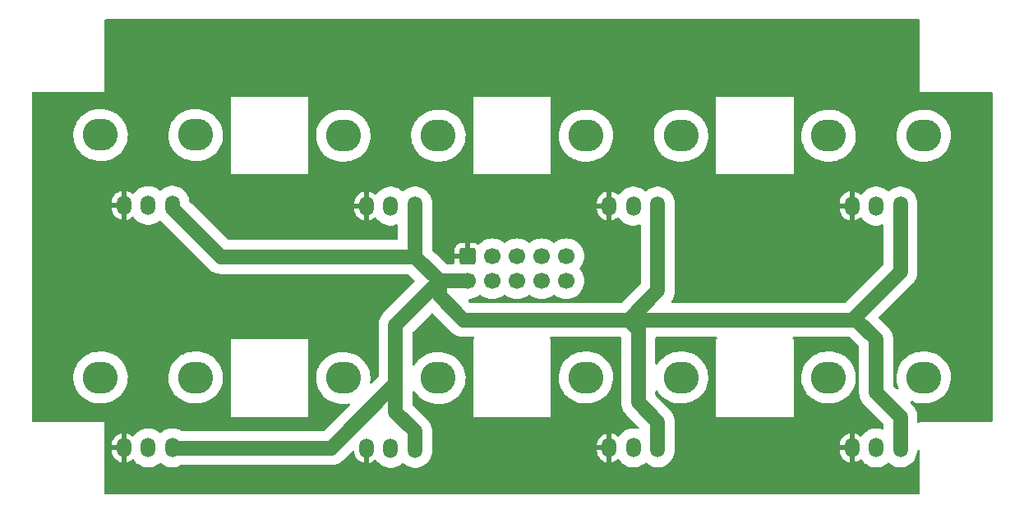
<source format=gtl>
G04 #@! TF.GenerationSoftware,KiCad,Pcbnew,(7.0.0)*
G04 #@! TF.CreationDate,2023-05-18T23:58:03+02:00*
G04 #@! TF.ProjectId,Pot,506f742e-6b69-4636-9164-5f7063625858,rev?*
G04 #@! TF.SameCoordinates,Original*
G04 #@! TF.FileFunction,Copper,L1,Top*
G04 #@! TF.FilePolarity,Positive*
%FSLAX46Y46*%
G04 Gerber Fmt 4.6, Leading zero omitted, Abs format (unit mm)*
G04 Created by KiCad (PCBNEW (7.0.0)) date 2023-05-18 23:58:03*
%MOMM*%
%LPD*%
G01*
G04 APERTURE LIST*
G04 Aperture macros list*
%AMRoundRect*
0 Rectangle with rounded corners*
0 $1 Rounding radius*
0 $2 $3 $4 $5 $6 $7 $8 $9 X,Y pos of 4 corners*
0 Add a 4 corners polygon primitive as box body*
4,1,4,$2,$3,$4,$5,$6,$7,$8,$9,$2,$3,0*
0 Add four circle primitives for the rounded corners*
1,1,$1+$1,$2,$3*
1,1,$1+$1,$4,$5*
1,1,$1+$1,$6,$7*
1,1,$1+$1,$8,$9*
0 Add four rect primitives between the rounded corners*
20,1,$1+$1,$2,$3,$4,$5,0*
20,1,$1+$1,$4,$5,$6,$7,0*
20,1,$1+$1,$6,$7,$8,$9,0*
20,1,$1+$1,$8,$9,$2,$3,0*%
G04 Aperture macros list end*
G04 #@! TA.AperFunction,ComponentPad*
%ADD10O,1.500000X2.000000*%
G04 #@! TD*
G04 #@! TA.AperFunction,ComponentPad*
%ADD11O,3.600000X3.300000*%
G04 #@! TD*
G04 #@! TA.AperFunction,ComponentPad*
%ADD12RoundRect,0.250000X-0.600000X0.600000X-0.600000X-0.600000X0.600000X-0.600000X0.600000X0.600000X0*%
G04 #@! TD*
G04 #@! TA.AperFunction,ComponentPad*
%ADD13C,1.700000*%
G04 #@! TD*
G04 #@! TA.AperFunction,Conductor*
%ADD14C,1.500000*%
G04 #@! TD*
G04 APERTURE END LIST*
D10*
X146999999Y-80751135D03*
X149493385Y-80753306D03*
X151999999Y-80746691D03*
D11*
X144599999Y-73499999D03*
X154399999Y-73499999D03*
D10*
X121999999Y-80751135D03*
X124493385Y-80753306D03*
X126999999Y-80746691D03*
D11*
X119599999Y-73499999D03*
X129399999Y-73499999D03*
D10*
X121999999Y-105687981D03*
X124493385Y-105690152D03*
X126999999Y-105683537D03*
D11*
X119599999Y-98436845D03*
X129399999Y-98436845D03*
D10*
X96999999Y-80751135D03*
X99493385Y-80753306D03*
X101999999Y-80746691D03*
D11*
X94599999Y-73499999D03*
X104399999Y-73499999D03*
D10*
X96999999Y-105751135D03*
X99493385Y-105753306D03*
X101999999Y-105746691D03*
D11*
X94599999Y-98499999D03*
X104399999Y-98499999D03*
D10*
X71999999Y-80687981D03*
X74493385Y-80690152D03*
X76999999Y-80683537D03*
D11*
X69599999Y-73436845D03*
X79399999Y-73436845D03*
D10*
X71999999Y-105687981D03*
X74493385Y-105690152D03*
X76999999Y-105683537D03*
D11*
X69599999Y-98436845D03*
X79399999Y-98436845D03*
D10*
X146999999Y-105687981D03*
X149493385Y-105690152D03*
X151999999Y-105683537D03*
D11*
X144599999Y-98436845D03*
X154399999Y-98436845D03*
D12*
X107414000Y-85946000D03*
D13*
X107414000Y-88486000D03*
X109954000Y-85946000D03*
X109954000Y-88486000D03*
X112494000Y-85946000D03*
X112494000Y-88486000D03*
X115034000Y-85946000D03*
X115034000Y-88486000D03*
X117574000Y-85946000D03*
X117574000Y-88486000D03*
D14*
X127000000Y-80746692D02*
X127000000Y-89500000D01*
X104514000Y-88486000D02*
X107414000Y-88486000D01*
X125000000Y-93500000D02*
X124000000Y-92500000D01*
X100000000Y-93000000D02*
X104500000Y-88500000D01*
X100000000Y-102000000D02*
X102000000Y-104000000D01*
X127000000Y-89500000D02*
X124000000Y-92500000D01*
X102000000Y-104000000D02*
X102000000Y-105352500D01*
X152000000Y-102500000D02*
X149500000Y-100000000D01*
X104500000Y-90000000D02*
X104500000Y-88500000D01*
X124000000Y-92500000D02*
X123500000Y-92500000D01*
X102000000Y-86000000D02*
X102000000Y-80746692D01*
X127000000Y-103000000D02*
X125000000Y-101000000D01*
X100000000Y-98000000D02*
X100000000Y-102000000D01*
X82000000Y-86000000D02*
X102000000Y-86000000D01*
X104500000Y-88500000D02*
X104514000Y-88486000D01*
X152000000Y-80746692D02*
X152000000Y-87500000D01*
X100000000Y-99077027D02*
X100000000Y-93000000D01*
X93377027Y-105700000D02*
X100000000Y-99077027D01*
X77000000Y-81000000D02*
X82000000Y-86000000D01*
X77016462Y-105700000D02*
X93377027Y-105700000D01*
X149500000Y-94500000D02*
X147500000Y-92500000D01*
X149500000Y-100000000D02*
X149500000Y-94500000D01*
X77000000Y-105683538D02*
X77016462Y-105700000D01*
X104500000Y-88500000D02*
X102000000Y-86000000D01*
X152000000Y-105375000D02*
X152000000Y-102500000D01*
X147000000Y-92500000D02*
X107000000Y-92500000D01*
X127000000Y-105352500D02*
X127000000Y-103000000D01*
X107000000Y-92500000D02*
X104500000Y-90000000D01*
X152000000Y-87500000D02*
X147000000Y-92500000D01*
X125000000Y-101000000D02*
X125000000Y-93500000D01*
G04 #@! TA.AperFunction,Conductor*
G36*
X153937000Y-61516881D02*
G01*
X153983119Y-61563000D01*
X154000000Y-61626000D01*
X154000000Y-69000000D01*
X161374000Y-69000000D01*
X161437000Y-69016881D01*
X161483119Y-69063000D01*
X161500000Y-69126000D01*
X161500000Y-102874000D01*
X161483119Y-102937000D01*
X161437000Y-102983119D01*
X161374000Y-103000000D01*
X154000000Y-103000000D01*
X154000000Y-103016590D01*
X153998207Y-103023282D01*
X153969397Y-103075795D01*
X153919594Y-103109071D01*
X153860054Y-103115592D01*
X153804229Y-103093883D01*
X153764737Y-103048850D01*
X153750500Y-102990670D01*
X153750500Y-102535091D01*
X153750588Y-102530379D01*
X153751856Y-102496493D01*
X153754181Y-102434364D01*
X153743417Y-102338838D01*
X153742984Y-102334217D01*
X153735802Y-102238370D01*
X153734753Y-102233775D01*
X153734752Y-102233767D01*
X153730060Y-102213213D01*
X153727692Y-102199277D01*
X153727456Y-102197184D01*
X153724805Y-102173650D01*
X153699929Y-102080817D01*
X153698805Y-102076281D01*
X153691071Y-102042397D01*
X153677420Y-101982584D01*
X153667990Y-101958558D01*
X153663575Y-101945139D01*
X153658121Y-101924783D01*
X153658120Y-101924782D01*
X153656900Y-101920226D01*
X153618468Y-101832141D01*
X153616697Y-101827868D01*
X153581568Y-101738357D01*
X153568664Y-101716008D01*
X153562298Y-101703397D01*
X153553868Y-101684074D01*
X153551983Y-101679753D01*
X153500857Y-101598386D01*
X153498443Y-101594381D01*
X153450386Y-101511143D01*
X153447454Y-101507467D01*
X153447445Y-101507453D01*
X153434301Y-101490972D01*
X153426123Y-101479446D01*
X153414912Y-101461603D01*
X153414907Y-101461596D01*
X153412398Y-101457603D01*
X153349700Y-101384748D01*
X153346700Y-101381126D01*
X153308742Y-101333528D01*
X153286805Y-101306019D01*
X153243907Y-101266216D01*
X153216356Y-101240652D01*
X153212963Y-101237382D01*
X153047916Y-101072335D01*
X153014630Y-101013220D01*
X153016823Y-100945413D01*
X153053861Y-100888572D01*
X153115004Y-100859177D01*
X153182527Y-100865748D01*
X153444967Y-100967419D01*
X153762046Y-101047167D01*
X154086523Y-101087346D01*
X154629732Y-101087346D01*
X154631665Y-101087346D01*
X154876334Y-101072255D01*
X155197722Y-101012178D01*
X155509291Y-100913061D01*
X155806317Y-100776406D01*
X156084300Y-100604287D01*
X156339024Y-100399312D01*
X156566628Y-100164587D01*
X156763662Y-99903672D01*
X156927139Y-99620521D01*
X157054581Y-99319426D01*
X157144057Y-99004953D01*
X157194209Y-98681868D01*
X157204278Y-98355069D01*
X157174110Y-98029509D01*
X157104164Y-97710124D01*
X156995499Y-97401755D01*
X156849763Y-97109077D01*
X156669164Y-96836527D01*
X156456442Y-96588237D01*
X156214819Y-96367969D01*
X156211665Y-96365736D01*
X156211656Y-96365729D01*
X155951122Y-96181301D01*
X155951118Y-96181298D01*
X155947960Y-96179063D01*
X155913280Y-96160440D01*
X155663325Y-96026217D01*
X155663320Y-96026214D01*
X155659909Y-96024383D01*
X155656298Y-96022984D01*
X155656287Y-96022979D01*
X155358656Y-95907676D01*
X155358647Y-95907673D01*
X155355033Y-95906273D01*
X155351275Y-95905327D01*
X155351263Y-95905324D01*
X155041724Y-95827473D01*
X155041721Y-95827472D01*
X155037954Y-95826525D01*
X155034109Y-95826048D01*
X155034099Y-95826047D01*
X154717329Y-95786823D01*
X154713477Y-95786346D01*
X154168335Y-95786346D01*
X154166438Y-95786462D01*
X154166405Y-95786464D01*
X153927533Y-95801198D01*
X153927525Y-95801198D01*
X153923666Y-95801437D01*
X153919869Y-95802146D01*
X153919859Y-95802148D01*
X153606082Y-95860802D01*
X153606067Y-95860805D01*
X153602278Y-95861514D01*
X153598597Y-95862684D01*
X153598589Y-95862687D01*
X153294403Y-95959455D01*
X153294390Y-95959459D01*
X153290709Y-95960631D01*
X153287196Y-95962246D01*
X153287181Y-95962253D01*
X152997225Y-96095656D01*
X152997219Y-96095658D01*
X152993683Y-96097286D01*
X152990381Y-96099330D01*
X152990367Y-96099338D01*
X152719008Y-96267356D01*
X152718999Y-96267362D01*
X152715700Y-96269405D01*
X152712679Y-96271835D01*
X152712669Y-96271843D01*
X152463999Y-96471947D01*
X152463995Y-96471950D01*
X152460976Y-96474380D01*
X152458289Y-96477151D01*
X152458277Y-96477162D01*
X152236067Y-96706324D01*
X152236054Y-96706338D01*
X152233372Y-96709105D01*
X152231044Y-96712186D01*
X152231036Y-96712197D01*
X152038679Y-96966919D01*
X152038673Y-96966927D01*
X152036338Y-96970020D01*
X152034396Y-96973382D01*
X152034395Y-96973385D01*
X151874802Y-97249807D01*
X151874794Y-97249822D01*
X151872861Y-97253171D01*
X151871352Y-97256734D01*
X151871347Y-97256746D01*
X151746932Y-97550690D01*
X151746929Y-97550698D01*
X151745419Y-97554266D01*
X151744361Y-97557981D01*
X151744356Y-97557998D01*
X151657005Y-97865003D01*
X151657001Y-97865018D01*
X151655943Y-97868739D01*
X151655347Y-97872573D01*
X151655347Y-97872577D01*
X151606386Y-98187984D01*
X151606384Y-98188001D01*
X151605791Y-98191824D01*
X151605671Y-98195705D01*
X151605671Y-98195710D01*
X151595841Y-98514741D01*
X151595841Y-98514750D01*
X151595722Y-98518623D01*
X151596079Y-98522483D01*
X151596080Y-98522492D01*
X151610489Y-98677981D01*
X151625890Y-98844183D01*
X151695836Y-99163568D01*
X151804501Y-99471937D01*
X151806226Y-99475401D01*
X151806231Y-99475413D01*
X151814259Y-99491535D01*
X151826818Y-99560482D01*
X151800598Y-99625474D01*
X151743710Y-99666405D01*
X151673755Y-99670611D01*
X151612373Y-99636792D01*
X151287405Y-99311824D01*
X151260091Y-99270947D01*
X151250500Y-99222729D01*
X151250500Y-94535091D01*
X151250588Y-94530379D01*
X151251104Y-94516590D01*
X151254181Y-94434363D01*
X151243417Y-94338836D01*
X151242984Y-94334215D01*
X151235802Y-94238370D01*
X151234753Y-94233775D01*
X151234752Y-94233767D01*
X151230060Y-94213213D01*
X151227692Y-94199277D01*
X151225333Y-94178337D01*
X151224805Y-94173650D01*
X151199936Y-94080839D01*
X151198809Y-94076296D01*
X151177420Y-93982584D01*
X151167989Y-93958556D01*
X151163578Y-93945149D01*
X151156900Y-93920225D01*
X151155014Y-93915904D01*
X151155012Y-93915896D01*
X151118473Y-93832149D01*
X151116669Y-93827794D01*
X151099227Y-93783352D01*
X151081568Y-93738357D01*
X151068664Y-93716008D01*
X151062298Y-93703397D01*
X151053868Y-93684074D01*
X151051983Y-93679753D01*
X151000857Y-93598386D01*
X150998443Y-93594381D01*
X150950386Y-93511143D01*
X150947454Y-93507467D01*
X150947445Y-93507453D01*
X150934301Y-93490972D01*
X150926123Y-93479446D01*
X150914912Y-93461603D01*
X150914907Y-93461596D01*
X150912398Y-93457603D01*
X150849700Y-93384748D01*
X150846700Y-93381126D01*
X150789744Y-93309705D01*
X150786805Y-93306019D01*
X150716356Y-93240652D01*
X150712963Y-93237382D01*
X149814675Y-92339094D01*
X149782063Y-92282610D01*
X149782063Y-92217388D01*
X149814672Y-92160908D01*
X153213002Y-88762577D01*
X153216341Y-88759360D01*
X153286805Y-88693981D01*
X153346726Y-88618841D01*
X153349695Y-88615256D01*
X153412398Y-88542397D01*
X153426136Y-88520532D01*
X153434286Y-88509043D01*
X153450386Y-88488857D01*
X153498427Y-88405645D01*
X153500839Y-88401640D01*
X153551984Y-88320247D01*
X153562304Y-88296589D01*
X153568668Y-88283984D01*
X153581568Y-88261643D01*
X153616677Y-88172180D01*
X153618447Y-88167906D01*
X153656901Y-88079774D01*
X153663579Y-88054848D01*
X153667993Y-88041433D01*
X153677420Y-88017416D01*
X153698810Y-87923697D01*
X153699924Y-87919203D01*
X153724805Y-87826350D01*
X153727693Y-87800714D01*
X153730061Y-87786779D01*
X153735802Y-87761630D01*
X153742983Y-87665791D01*
X153743418Y-87661150D01*
X153754181Y-87565636D01*
X153753576Y-87549477D01*
X153750588Y-87469621D01*
X153750500Y-87464909D01*
X153750500Y-80433551D01*
X153750500Y-80431198D01*
X153735802Y-80235062D01*
X153677420Y-79979276D01*
X153581568Y-79735049D01*
X153450386Y-79507835D01*
X153286805Y-79302711D01*
X153222706Y-79243236D01*
X153097934Y-79127464D01*
X153097928Y-79127459D01*
X153094479Y-79124259D01*
X153090586Y-79121604D01*
X153090580Y-79121600D01*
X152881600Y-78979120D01*
X152881597Y-78979118D01*
X152877704Y-78976464D01*
X152659308Y-78871290D01*
X152645572Y-78864675D01*
X152645569Y-78864674D01*
X152641323Y-78862629D01*
X152636825Y-78861241D01*
X152636816Y-78861238D01*
X152395121Y-78786686D01*
X152395122Y-78786686D01*
X152390615Y-78785296D01*
X152385962Y-78784594D01*
X152385955Y-78784593D01*
X152135842Y-78746894D01*
X152135836Y-78746893D01*
X152131182Y-78746192D01*
X151868818Y-78746192D01*
X151864164Y-78746893D01*
X151864157Y-78746894D01*
X151614044Y-78784593D01*
X151614034Y-78784595D01*
X151609385Y-78785296D01*
X151604880Y-78786685D01*
X151604878Y-78786686D01*
X151363183Y-78861238D01*
X151363170Y-78861243D01*
X151358677Y-78862629D01*
X151354434Y-78864671D01*
X151354427Y-78864675D01*
X151126544Y-78974418D01*
X151126541Y-78974419D01*
X151122296Y-78976464D01*
X151118407Y-78979114D01*
X151118399Y-78979120D01*
X150909416Y-79121603D01*
X150909412Y-79121605D01*
X150905521Y-79124259D01*
X150828830Y-79195417D01*
X150828829Y-79195418D01*
X150774219Y-79225156D01*
X150712037Y-79225156D01*
X150657427Y-79195417D01*
X150591320Y-79134080D01*
X150591319Y-79134079D01*
X150587865Y-79130874D01*
X150371090Y-78983079D01*
X150226213Y-78913310D01*
X150138958Y-78871290D01*
X150138955Y-78871289D01*
X150134709Y-78869244D01*
X150130211Y-78867856D01*
X150130202Y-78867853D01*
X149888507Y-78793301D01*
X149888508Y-78793301D01*
X149884001Y-78791911D01*
X149879348Y-78791209D01*
X149879341Y-78791208D01*
X149629228Y-78753509D01*
X149629222Y-78753508D01*
X149624568Y-78752807D01*
X149362204Y-78752807D01*
X149357550Y-78753508D01*
X149357543Y-78753509D01*
X149107430Y-78791208D01*
X149107420Y-78791210D01*
X149102771Y-78791911D01*
X149098266Y-78793300D01*
X149098264Y-78793301D01*
X148856569Y-78867853D01*
X148856556Y-78867858D01*
X148852063Y-78869244D01*
X148847820Y-78871286D01*
X148847813Y-78871290D01*
X148619930Y-78981033D01*
X148619927Y-78981034D01*
X148615682Y-78983079D01*
X148611793Y-78985729D01*
X148611785Y-78985735D01*
X148402805Y-79128215D01*
X148402793Y-79128224D01*
X148398907Y-79130874D01*
X148395463Y-79134068D01*
X148395451Y-79134079D01*
X148210030Y-79306125D01*
X148210024Y-79306130D01*
X148206581Y-79309326D01*
X148203653Y-79312996D01*
X148203646Y-79313005D01*
X148045935Y-79510769D01*
X148045932Y-79510773D01*
X148043000Y-79514450D01*
X148040651Y-79518516D01*
X148040641Y-79518533D01*
X148032663Y-79532352D01*
X147994132Y-79573720D01*
X147941391Y-79594077D01*
X147885058Y-79589324D01*
X147836473Y-79560419D01*
X147791609Y-79517525D01*
X147782799Y-79510499D01*
X147603262Y-79391989D01*
X147593326Y-79386642D01*
X147395523Y-79302097D01*
X147384796Y-79298611D01*
X147267840Y-79271917D01*
X147256520Y-79271917D01*
X147254000Y-79282956D01*
X147254000Y-82218191D01*
X147257946Y-82231700D01*
X147271866Y-82233798D01*
X147275460Y-82233311D01*
X147286443Y-82230804D01*
X147491045Y-82164325D01*
X147501403Y-82159898D01*
X147690847Y-82057954D01*
X147700257Y-82051742D01*
X147844026Y-81937090D01*
X147892256Y-81913305D01*
X147946011Y-81911797D01*
X147995499Y-81932840D01*
X148031704Y-81972598D01*
X148043000Y-81992164D01*
X148206581Y-82197288D01*
X148229109Y-82218191D01*
X148395451Y-82372534D01*
X148395456Y-82372538D01*
X148398907Y-82375740D01*
X148402801Y-82378395D01*
X148402805Y-82378398D01*
X148519155Y-82457724D01*
X148615682Y-82523535D01*
X148852063Y-82637370D01*
X149102771Y-82714703D01*
X149362204Y-82753807D01*
X149619852Y-82753807D01*
X149624568Y-82753807D01*
X149884001Y-82714703D01*
X150086362Y-82652282D01*
X150144606Y-82648465D01*
X150198321Y-82671306D01*
X150235980Y-82715902D01*
X150249500Y-82772685D01*
X150249500Y-86722729D01*
X150239909Y-86770947D01*
X150212595Y-86811824D01*
X146311824Y-90712595D01*
X146270947Y-90739909D01*
X146222729Y-90749500D01*
X128508702Y-90749500D01*
X128442666Y-90730809D01*
X128396222Y-90680282D01*
X128383148Y-90612908D01*
X128407324Y-90548677D01*
X128409314Y-90545980D01*
X128412398Y-90542397D01*
X128426126Y-90520546D01*
X128434298Y-90509028D01*
X128450386Y-90488857D01*
X128498451Y-90405604D01*
X128500824Y-90401664D01*
X128551984Y-90320246D01*
X128562302Y-90296594D01*
X128568667Y-90283988D01*
X128571408Y-90279239D01*
X128581568Y-90261643D01*
X128616691Y-90172149D01*
X128618453Y-90167895D01*
X128656901Y-90079774D01*
X128663579Y-90054848D01*
X128667993Y-90041433D01*
X128677420Y-90017416D01*
X128698810Y-89923697D01*
X128699924Y-89919203D01*
X128724805Y-89826350D01*
X128727693Y-89800714D01*
X128730061Y-89786779D01*
X128735802Y-89761630D01*
X128742983Y-89665791D01*
X128743418Y-89661150D01*
X128754181Y-89565636D01*
X128750587Y-89469620D01*
X128750500Y-89464909D01*
X128750500Y-81054814D01*
X145742000Y-81054814D01*
X145742252Y-81060444D01*
X145756705Y-81221031D01*
X145758719Y-81232127D01*
X145815949Y-81439491D01*
X145819913Y-81450055D01*
X145913248Y-81643868D01*
X145919034Y-81653552D01*
X146045481Y-81827592D01*
X146052895Y-81836078D01*
X146208390Y-81984746D01*
X146217200Y-81991772D01*
X146396737Y-82110282D01*
X146406673Y-82115629D01*
X146604476Y-82200174D01*
X146615203Y-82203660D01*
X146732160Y-82230355D01*
X146743480Y-82230355D01*
X146746000Y-82219316D01*
X146746000Y-81021726D01*
X146742493Y-81008642D01*
X146729410Y-81005136D01*
X145758590Y-81005136D01*
X145745506Y-81008642D01*
X145742000Y-81021726D01*
X145742000Y-81054814D01*
X128750500Y-81054814D01*
X128750500Y-80480546D01*
X145742000Y-80480546D01*
X145745506Y-80493629D01*
X145758590Y-80497136D01*
X146729410Y-80497136D01*
X146742493Y-80493629D01*
X146746000Y-80480546D01*
X146746000Y-79284081D01*
X146742053Y-79270571D01*
X146728133Y-79268473D01*
X146724539Y-79268960D01*
X146713556Y-79271467D01*
X146508954Y-79337946D01*
X146498596Y-79342373D01*
X146309152Y-79444317D01*
X146299749Y-79450524D01*
X146131550Y-79584659D01*
X146123406Y-79592446D01*
X145981868Y-79754448D01*
X145975239Y-79763572D01*
X145864899Y-79948251D01*
X145860013Y-79958396D01*
X145784420Y-80159813D01*
X145781422Y-80170676D01*
X145743011Y-80382342D01*
X145742000Y-80393576D01*
X145742000Y-80480546D01*
X128750500Y-80480546D01*
X128750500Y-80433551D01*
X128750500Y-80431198D01*
X128735802Y-80235062D01*
X128677420Y-79979276D01*
X128581568Y-79735049D01*
X128450386Y-79507835D01*
X128286805Y-79302711D01*
X128222706Y-79243236D01*
X128097934Y-79127464D01*
X128097928Y-79127459D01*
X128094479Y-79124259D01*
X128090586Y-79121604D01*
X128090580Y-79121600D01*
X127881600Y-78979120D01*
X127881597Y-78979118D01*
X127877704Y-78976464D01*
X127659308Y-78871290D01*
X127645572Y-78864675D01*
X127645569Y-78864674D01*
X127641323Y-78862629D01*
X127636825Y-78861241D01*
X127636816Y-78861238D01*
X127395121Y-78786686D01*
X127395122Y-78786686D01*
X127390615Y-78785296D01*
X127385962Y-78784594D01*
X127385955Y-78784593D01*
X127135842Y-78746894D01*
X127135836Y-78746893D01*
X127131182Y-78746192D01*
X126868818Y-78746192D01*
X126864164Y-78746893D01*
X126864157Y-78746894D01*
X126614044Y-78784593D01*
X126614034Y-78784595D01*
X126609385Y-78785296D01*
X126604880Y-78786685D01*
X126604878Y-78786686D01*
X126363183Y-78861238D01*
X126363170Y-78861243D01*
X126358677Y-78862629D01*
X126354434Y-78864671D01*
X126354427Y-78864675D01*
X126126544Y-78974418D01*
X126126541Y-78974419D01*
X126122296Y-78976464D01*
X126118407Y-78979114D01*
X126118399Y-78979120D01*
X125909416Y-79121603D01*
X125909412Y-79121605D01*
X125905521Y-79124259D01*
X125828830Y-79195417D01*
X125828829Y-79195418D01*
X125774219Y-79225156D01*
X125712037Y-79225156D01*
X125657427Y-79195417D01*
X125591320Y-79134080D01*
X125591319Y-79134079D01*
X125587865Y-79130874D01*
X125371090Y-78983079D01*
X125226213Y-78913310D01*
X125138958Y-78871290D01*
X125138955Y-78871289D01*
X125134709Y-78869244D01*
X125130211Y-78867856D01*
X125130202Y-78867853D01*
X124888507Y-78793301D01*
X124888508Y-78793301D01*
X124884001Y-78791911D01*
X124879348Y-78791209D01*
X124879341Y-78791208D01*
X124629228Y-78753509D01*
X124629222Y-78753508D01*
X124624568Y-78752807D01*
X124362204Y-78752807D01*
X124357550Y-78753508D01*
X124357543Y-78753509D01*
X124107430Y-78791208D01*
X124107420Y-78791210D01*
X124102771Y-78791911D01*
X124098266Y-78793300D01*
X124098264Y-78793301D01*
X123856569Y-78867853D01*
X123856556Y-78867858D01*
X123852063Y-78869244D01*
X123847820Y-78871286D01*
X123847813Y-78871290D01*
X123619930Y-78981033D01*
X123619927Y-78981034D01*
X123615682Y-78983079D01*
X123611793Y-78985729D01*
X123611785Y-78985735D01*
X123402805Y-79128215D01*
X123402793Y-79128224D01*
X123398907Y-79130874D01*
X123395463Y-79134068D01*
X123395451Y-79134079D01*
X123210030Y-79306125D01*
X123210024Y-79306130D01*
X123206581Y-79309326D01*
X123203653Y-79312996D01*
X123203646Y-79313005D01*
X123045935Y-79510769D01*
X123045932Y-79510773D01*
X123043000Y-79514450D01*
X123040651Y-79518516D01*
X123040641Y-79518533D01*
X123032663Y-79532352D01*
X122994132Y-79573720D01*
X122941391Y-79594077D01*
X122885058Y-79589324D01*
X122836473Y-79560419D01*
X122791609Y-79517525D01*
X122782799Y-79510499D01*
X122603262Y-79391989D01*
X122593326Y-79386642D01*
X122395523Y-79302097D01*
X122384796Y-79298611D01*
X122267840Y-79271917D01*
X122256520Y-79271917D01*
X122254000Y-79282956D01*
X122254000Y-82218191D01*
X122257946Y-82231700D01*
X122271866Y-82233798D01*
X122275460Y-82233311D01*
X122286443Y-82230804D01*
X122491045Y-82164325D01*
X122501403Y-82159898D01*
X122690847Y-82057954D01*
X122700257Y-82051742D01*
X122844026Y-81937090D01*
X122892256Y-81913305D01*
X122946011Y-81911797D01*
X122995499Y-81932840D01*
X123031704Y-81972598D01*
X123043000Y-81992164D01*
X123206581Y-82197288D01*
X123229109Y-82218191D01*
X123395451Y-82372534D01*
X123395456Y-82372538D01*
X123398907Y-82375740D01*
X123402801Y-82378395D01*
X123402805Y-82378398D01*
X123519155Y-82457724D01*
X123615682Y-82523535D01*
X123852063Y-82637370D01*
X124102771Y-82714703D01*
X124362204Y-82753807D01*
X124619852Y-82753807D01*
X124624568Y-82753807D01*
X124884001Y-82714703D01*
X125086362Y-82652282D01*
X125144606Y-82648465D01*
X125198321Y-82671306D01*
X125235980Y-82715902D01*
X125249500Y-82772685D01*
X125249500Y-88722729D01*
X125239909Y-88770947D01*
X125212595Y-88811824D01*
X123311824Y-90712595D01*
X123270947Y-90739909D01*
X123222729Y-90749500D01*
X107777271Y-90749500D01*
X107729053Y-90739909D01*
X107688176Y-90712595D01*
X107518386Y-90542805D01*
X107488216Y-90494353D01*
X107482520Y-90437561D01*
X107502467Y-90384082D01*
X107543963Y-90344892D01*
X107598491Y-90328031D01*
X107678026Y-90322343D01*
X107936678Y-90266077D01*
X108184689Y-90173574D01*
X108417011Y-90046716D01*
X108608491Y-89903375D01*
X108657217Y-89881123D01*
X108710783Y-89881123D01*
X108759508Y-89903375D01*
X108950989Y-90046716D01*
X109183311Y-90173574D01*
X109431322Y-90266077D01*
X109689974Y-90322343D01*
X109954000Y-90341227D01*
X110218026Y-90322343D01*
X110476678Y-90266077D01*
X110724689Y-90173574D01*
X110957011Y-90046716D01*
X111148491Y-89903375D01*
X111197217Y-89881123D01*
X111250783Y-89881123D01*
X111299508Y-89903375D01*
X111490989Y-90046716D01*
X111723311Y-90173574D01*
X111971322Y-90266077D01*
X112229974Y-90322343D01*
X112494000Y-90341227D01*
X112758026Y-90322343D01*
X113016678Y-90266077D01*
X113264689Y-90173574D01*
X113497011Y-90046716D01*
X113688491Y-89903375D01*
X113737217Y-89881123D01*
X113790783Y-89881123D01*
X113839508Y-89903375D01*
X114030989Y-90046716D01*
X114263311Y-90173574D01*
X114511322Y-90266077D01*
X114769974Y-90322343D01*
X115034000Y-90341227D01*
X115298026Y-90322343D01*
X115556678Y-90266077D01*
X115804689Y-90173574D01*
X116037011Y-90046716D01*
X116228491Y-89903375D01*
X116277217Y-89881123D01*
X116330783Y-89881123D01*
X116379508Y-89903375D01*
X116570989Y-90046716D01*
X116803311Y-90173574D01*
X117051322Y-90266077D01*
X117309974Y-90322343D01*
X117574000Y-90341227D01*
X117838026Y-90322343D01*
X118096678Y-90266077D01*
X118344689Y-90173574D01*
X118577011Y-90046716D01*
X118788915Y-89888087D01*
X118976087Y-89700915D01*
X119134716Y-89489011D01*
X119261574Y-89256689D01*
X119354077Y-89008678D01*
X119410343Y-88750026D01*
X119429227Y-88486000D01*
X119410343Y-88221974D01*
X119354077Y-87963322D01*
X119274699Y-87750500D01*
X119263147Y-87719528D01*
X119263146Y-87719526D01*
X119261574Y-87715311D01*
X119253177Y-87699934D01*
X119230345Y-87658120D01*
X119134716Y-87482989D01*
X119112070Y-87452738D01*
X119066002Y-87391198D01*
X118991375Y-87291508D01*
X118969123Y-87242783D01*
X118969123Y-87189217D01*
X118991376Y-87140491D01*
X119134716Y-86949011D01*
X119261574Y-86716689D01*
X119354077Y-86468678D01*
X119410343Y-86210026D01*
X119429227Y-85946000D01*
X119410343Y-85681974D01*
X119354077Y-85423322D01*
X119261574Y-85175311D01*
X119134716Y-84942989D01*
X118976087Y-84731085D01*
X118788915Y-84543913D01*
X118768490Y-84528623D01*
X118580617Y-84387983D01*
X118580613Y-84387980D01*
X118577011Y-84385284D01*
X118550410Y-84370758D01*
X118348642Y-84260584D01*
X118348636Y-84260581D01*
X118344689Y-84258426D01*
X118340480Y-84256856D01*
X118340471Y-84256852D01*
X118100896Y-84167496D01*
X118100893Y-84167495D01*
X118096678Y-84165923D01*
X118092283Y-84164967D01*
X118092280Y-84164966D01*
X117842419Y-84110612D01*
X117842410Y-84110610D01*
X117838026Y-84109657D01*
X117574000Y-84090773D01*
X117569512Y-84091094D01*
X117314461Y-84109336D01*
X117314459Y-84109336D01*
X117309974Y-84109657D01*
X117305591Y-84110610D01*
X117305580Y-84110612D01*
X117055719Y-84164966D01*
X117055712Y-84164967D01*
X117051322Y-84165923D01*
X117047110Y-84167493D01*
X117047103Y-84167496D01*
X116807528Y-84256852D01*
X116807514Y-84256858D01*
X116803311Y-84258426D01*
X116799368Y-84260578D01*
X116799357Y-84260584D01*
X116574942Y-84383125D01*
X116574936Y-84383128D01*
X116570989Y-84385284D01*
X116567392Y-84387975D01*
X116567382Y-84387983D01*
X116379509Y-84528623D01*
X116330783Y-84550876D01*
X116277217Y-84550876D01*
X116228491Y-84528623D01*
X116040617Y-84387983D01*
X116040613Y-84387980D01*
X116037011Y-84385284D01*
X116010410Y-84370758D01*
X115808642Y-84260584D01*
X115808636Y-84260581D01*
X115804689Y-84258426D01*
X115800480Y-84256856D01*
X115800471Y-84256852D01*
X115560896Y-84167496D01*
X115560893Y-84167495D01*
X115556678Y-84165923D01*
X115552283Y-84164967D01*
X115552280Y-84164966D01*
X115302419Y-84110612D01*
X115302410Y-84110610D01*
X115298026Y-84109657D01*
X115034000Y-84090773D01*
X115029512Y-84091094D01*
X114774461Y-84109336D01*
X114774459Y-84109336D01*
X114769974Y-84109657D01*
X114765591Y-84110610D01*
X114765580Y-84110612D01*
X114515719Y-84164966D01*
X114515712Y-84164967D01*
X114511322Y-84165923D01*
X114507110Y-84167493D01*
X114507103Y-84167496D01*
X114267528Y-84256852D01*
X114267514Y-84256858D01*
X114263311Y-84258426D01*
X114259368Y-84260578D01*
X114259357Y-84260584D01*
X114034942Y-84383125D01*
X114034936Y-84383128D01*
X114030989Y-84385284D01*
X114027392Y-84387975D01*
X114027382Y-84387983D01*
X113839509Y-84528623D01*
X113790783Y-84550876D01*
X113737217Y-84550876D01*
X113688491Y-84528623D01*
X113500617Y-84387983D01*
X113500613Y-84387980D01*
X113497011Y-84385284D01*
X113470410Y-84370758D01*
X113268642Y-84260584D01*
X113268636Y-84260581D01*
X113264689Y-84258426D01*
X113260480Y-84256856D01*
X113260471Y-84256852D01*
X113020896Y-84167496D01*
X113020893Y-84167495D01*
X113016678Y-84165923D01*
X113012283Y-84164967D01*
X113012280Y-84164966D01*
X112762419Y-84110612D01*
X112762410Y-84110610D01*
X112758026Y-84109657D01*
X112494000Y-84090773D01*
X112489512Y-84091094D01*
X112234461Y-84109336D01*
X112234459Y-84109336D01*
X112229974Y-84109657D01*
X112225591Y-84110610D01*
X112225580Y-84110612D01*
X111975719Y-84164966D01*
X111975712Y-84164967D01*
X111971322Y-84165923D01*
X111967110Y-84167493D01*
X111967103Y-84167496D01*
X111727528Y-84256852D01*
X111727514Y-84256858D01*
X111723311Y-84258426D01*
X111719368Y-84260578D01*
X111719357Y-84260584D01*
X111494942Y-84383125D01*
X111494936Y-84383128D01*
X111490989Y-84385284D01*
X111487392Y-84387975D01*
X111487382Y-84387983D01*
X111299509Y-84528623D01*
X111250783Y-84550876D01*
X111197217Y-84550876D01*
X111148491Y-84528623D01*
X110960617Y-84387983D01*
X110960613Y-84387980D01*
X110957011Y-84385284D01*
X110930410Y-84370758D01*
X110728642Y-84260584D01*
X110728636Y-84260581D01*
X110724689Y-84258426D01*
X110720480Y-84256856D01*
X110720471Y-84256852D01*
X110480896Y-84167496D01*
X110480893Y-84167495D01*
X110476678Y-84165923D01*
X110472283Y-84164967D01*
X110472280Y-84164966D01*
X110222419Y-84110612D01*
X110222410Y-84110610D01*
X110218026Y-84109657D01*
X109954000Y-84090773D01*
X109949512Y-84091094D01*
X109694461Y-84109336D01*
X109694459Y-84109336D01*
X109689974Y-84109657D01*
X109685591Y-84110610D01*
X109685580Y-84110612D01*
X109435719Y-84164966D01*
X109435712Y-84164967D01*
X109431322Y-84165923D01*
X109427110Y-84167493D01*
X109427103Y-84167496D01*
X109187528Y-84256852D01*
X109187514Y-84256858D01*
X109183311Y-84258426D01*
X109179368Y-84260578D01*
X109179357Y-84260584D01*
X108954942Y-84383125D01*
X108954936Y-84383128D01*
X108950989Y-84385284D01*
X108947392Y-84387975D01*
X108947382Y-84387983D01*
X108742688Y-84541215D01*
X108742680Y-84541221D01*
X108739085Y-84543913D01*
X108735906Y-84547091D01*
X108735906Y-84547092D01*
X108587656Y-84695342D01*
X108540505Y-84725060D01*
X108485147Y-84731530D01*
X108432414Y-84713487D01*
X108342766Y-84658192D01*
X108329564Y-84652035D01*
X108174846Y-84600767D01*
X108161488Y-84597907D01*
X108067692Y-84588325D01*
X108061303Y-84588000D01*
X107684590Y-84588000D01*
X107671506Y-84591506D01*
X107668000Y-84604590D01*
X107668000Y-86074000D01*
X107651119Y-86137000D01*
X107605000Y-86183119D01*
X107542000Y-86200000D01*
X106072590Y-86200000D01*
X106059506Y-86203506D01*
X106056000Y-86216590D01*
X106056000Y-86593303D01*
X106056489Y-86602907D01*
X106054893Y-86602988D01*
X106043811Y-86664955D01*
X105997337Y-86716419D01*
X105930671Y-86735500D01*
X105263271Y-86735500D01*
X105215053Y-86725909D01*
X105174176Y-86698595D01*
X104150991Y-85675410D01*
X106056000Y-85675410D01*
X106059506Y-85688493D01*
X106072590Y-85692000D01*
X107143410Y-85692000D01*
X107156493Y-85688493D01*
X107160000Y-85675410D01*
X107160000Y-84604590D01*
X107156493Y-84591506D01*
X107143410Y-84588000D01*
X106766697Y-84588000D01*
X106760307Y-84588325D01*
X106666511Y-84597907D01*
X106653153Y-84600767D01*
X106498435Y-84652035D01*
X106485232Y-84658192D01*
X106346908Y-84743511D01*
X106335467Y-84752558D01*
X106220558Y-84867467D01*
X106211511Y-84878908D01*
X106126192Y-85017232D01*
X106120035Y-85030435D01*
X106068767Y-85185153D01*
X106065907Y-85198511D01*
X106056325Y-85292307D01*
X106056000Y-85298698D01*
X106056000Y-85675410D01*
X104150991Y-85675410D01*
X103787405Y-85311824D01*
X103760091Y-85270947D01*
X103750500Y-85222729D01*
X103750500Y-81054814D01*
X120742000Y-81054814D01*
X120742252Y-81060444D01*
X120756705Y-81221031D01*
X120758719Y-81232127D01*
X120815949Y-81439491D01*
X120819913Y-81450055D01*
X120913248Y-81643868D01*
X120919034Y-81653552D01*
X121045481Y-81827592D01*
X121052895Y-81836078D01*
X121208390Y-81984746D01*
X121217200Y-81991772D01*
X121396737Y-82110282D01*
X121406673Y-82115629D01*
X121604476Y-82200174D01*
X121615203Y-82203660D01*
X121732160Y-82230355D01*
X121743480Y-82230355D01*
X121746000Y-82219316D01*
X121746000Y-81021726D01*
X121742493Y-81008642D01*
X121729410Y-81005136D01*
X120758590Y-81005136D01*
X120745506Y-81008642D01*
X120742000Y-81021726D01*
X120742000Y-81054814D01*
X103750500Y-81054814D01*
X103750500Y-80480546D01*
X120742000Y-80480546D01*
X120745506Y-80493629D01*
X120758590Y-80497136D01*
X121729410Y-80497136D01*
X121742493Y-80493629D01*
X121746000Y-80480546D01*
X121746000Y-79284081D01*
X121742053Y-79270571D01*
X121728133Y-79268473D01*
X121724539Y-79268960D01*
X121713556Y-79271467D01*
X121508954Y-79337946D01*
X121498596Y-79342373D01*
X121309152Y-79444317D01*
X121299749Y-79450524D01*
X121131550Y-79584659D01*
X121123406Y-79592446D01*
X120981868Y-79754448D01*
X120975239Y-79763572D01*
X120864899Y-79948251D01*
X120860013Y-79958396D01*
X120784420Y-80159813D01*
X120781422Y-80170676D01*
X120743011Y-80382342D01*
X120742000Y-80393576D01*
X120742000Y-80480546D01*
X103750500Y-80480546D01*
X103750500Y-80433551D01*
X103750500Y-80431198D01*
X103735802Y-80235062D01*
X103677420Y-79979276D01*
X103581568Y-79735049D01*
X103450386Y-79507835D01*
X103286805Y-79302711D01*
X103222706Y-79243236D01*
X103097934Y-79127464D01*
X103097928Y-79127459D01*
X103094479Y-79124259D01*
X103090586Y-79121604D01*
X103090580Y-79121600D01*
X102881600Y-78979120D01*
X102881597Y-78979118D01*
X102877704Y-78976464D01*
X102659308Y-78871290D01*
X102645572Y-78864675D01*
X102645569Y-78864674D01*
X102641323Y-78862629D01*
X102636825Y-78861241D01*
X102636816Y-78861238D01*
X102395121Y-78786686D01*
X102395122Y-78786686D01*
X102390615Y-78785296D01*
X102385962Y-78784594D01*
X102385955Y-78784593D01*
X102135842Y-78746894D01*
X102135836Y-78746893D01*
X102131182Y-78746192D01*
X101868818Y-78746192D01*
X101864164Y-78746893D01*
X101864157Y-78746894D01*
X101614044Y-78784593D01*
X101614034Y-78784595D01*
X101609385Y-78785296D01*
X101604880Y-78786685D01*
X101604878Y-78786686D01*
X101363183Y-78861238D01*
X101363170Y-78861243D01*
X101358677Y-78862629D01*
X101354434Y-78864671D01*
X101354427Y-78864675D01*
X101126544Y-78974418D01*
X101126541Y-78974419D01*
X101122296Y-78976464D01*
X101118407Y-78979114D01*
X101118399Y-78979120D01*
X100909416Y-79121603D01*
X100909412Y-79121605D01*
X100905521Y-79124259D01*
X100828830Y-79195417D01*
X100828829Y-79195418D01*
X100774219Y-79225156D01*
X100712037Y-79225156D01*
X100657427Y-79195417D01*
X100591320Y-79134080D01*
X100591319Y-79134079D01*
X100587865Y-79130874D01*
X100371090Y-78983079D01*
X100226213Y-78913310D01*
X100138958Y-78871290D01*
X100138955Y-78871289D01*
X100134709Y-78869244D01*
X100130211Y-78867856D01*
X100130202Y-78867853D01*
X99888507Y-78793301D01*
X99888508Y-78793301D01*
X99884001Y-78791911D01*
X99879348Y-78791209D01*
X99879341Y-78791208D01*
X99629228Y-78753509D01*
X99629222Y-78753508D01*
X99624568Y-78752807D01*
X99362204Y-78752807D01*
X99357550Y-78753508D01*
X99357543Y-78753509D01*
X99107430Y-78791208D01*
X99107420Y-78791210D01*
X99102771Y-78791911D01*
X99098266Y-78793300D01*
X99098264Y-78793301D01*
X98856569Y-78867853D01*
X98856556Y-78867858D01*
X98852063Y-78869244D01*
X98847820Y-78871286D01*
X98847813Y-78871290D01*
X98619930Y-78981033D01*
X98619927Y-78981034D01*
X98615682Y-78983079D01*
X98611793Y-78985729D01*
X98611785Y-78985735D01*
X98402805Y-79128215D01*
X98402793Y-79128224D01*
X98398907Y-79130874D01*
X98395463Y-79134068D01*
X98395451Y-79134079D01*
X98210030Y-79306125D01*
X98210024Y-79306130D01*
X98206581Y-79309326D01*
X98203653Y-79312996D01*
X98203646Y-79313005D01*
X98045935Y-79510769D01*
X98045932Y-79510773D01*
X98043000Y-79514450D01*
X98040651Y-79518516D01*
X98040641Y-79518533D01*
X98032663Y-79532352D01*
X97994132Y-79573720D01*
X97941391Y-79594077D01*
X97885058Y-79589324D01*
X97836473Y-79560419D01*
X97791609Y-79517525D01*
X97782799Y-79510499D01*
X97603262Y-79391989D01*
X97593326Y-79386642D01*
X97395523Y-79302097D01*
X97384796Y-79298611D01*
X97267840Y-79271917D01*
X97256520Y-79271917D01*
X97254000Y-79282956D01*
X97254000Y-82218191D01*
X97257946Y-82231700D01*
X97271866Y-82233798D01*
X97275460Y-82233311D01*
X97286443Y-82230804D01*
X97491045Y-82164325D01*
X97501403Y-82159898D01*
X97690847Y-82057954D01*
X97700257Y-82051742D01*
X97844026Y-81937090D01*
X97892256Y-81913305D01*
X97946011Y-81911797D01*
X97995499Y-81932840D01*
X98031704Y-81972598D01*
X98043000Y-81992164D01*
X98206581Y-82197288D01*
X98229109Y-82218191D01*
X98395451Y-82372534D01*
X98395456Y-82372538D01*
X98398907Y-82375740D01*
X98402801Y-82378395D01*
X98402805Y-82378398D01*
X98519155Y-82457724D01*
X98615682Y-82523535D01*
X98852063Y-82637370D01*
X99102771Y-82714703D01*
X99362204Y-82753807D01*
X99619852Y-82753807D01*
X99624568Y-82753807D01*
X99884001Y-82714703D01*
X100086362Y-82652282D01*
X100144606Y-82648465D01*
X100198321Y-82671306D01*
X100235980Y-82715902D01*
X100249500Y-82772685D01*
X100249500Y-84123500D01*
X100232619Y-84186500D01*
X100186500Y-84232619D01*
X100123500Y-84249500D01*
X82777271Y-84249500D01*
X82729053Y-84239909D01*
X82688176Y-84212595D01*
X79530395Y-81054814D01*
X95742000Y-81054814D01*
X95742252Y-81060444D01*
X95756705Y-81221031D01*
X95758719Y-81232127D01*
X95815949Y-81439491D01*
X95819913Y-81450055D01*
X95913248Y-81643868D01*
X95919034Y-81653552D01*
X96045481Y-81827592D01*
X96052895Y-81836078D01*
X96208390Y-81984746D01*
X96217200Y-81991772D01*
X96396737Y-82110282D01*
X96406673Y-82115629D01*
X96604476Y-82200174D01*
X96615203Y-82203660D01*
X96732160Y-82230355D01*
X96743480Y-82230355D01*
X96746000Y-82219316D01*
X96746000Y-81021726D01*
X96742493Y-81008642D01*
X96729410Y-81005136D01*
X95758590Y-81005136D01*
X95745506Y-81008642D01*
X95742000Y-81021726D01*
X95742000Y-81054814D01*
X79530395Y-81054814D01*
X78956127Y-80480546D01*
X95742000Y-80480546D01*
X95745506Y-80493629D01*
X95758590Y-80497136D01*
X96729410Y-80497136D01*
X96742493Y-80493629D01*
X96746000Y-80480546D01*
X96746000Y-79284081D01*
X96742053Y-79270571D01*
X96728133Y-79268473D01*
X96724539Y-79268960D01*
X96713556Y-79271467D01*
X96508954Y-79337946D01*
X96498596Y-79342373D01*
X96309152Y-79444317D01*
X96299749Y-79450524D01*
X96131550Y-79584659D01*
X96123406Y-79592446D01*
X95981868Y-79754448D01*
X95975239Y-79763572D01*
X95864899Y-79948251D01*
X95860013Y-79958396D01*
X95784420Y-80159813D01*
X95781422Y-80170676D01*
X95743011Y-80382342D01*
X95742000Y-80393576D01*
X95742000Y-80480546D01*
X78956127Y-80480546D01*
X78776015Y-80300434D01*
X78750585Y-80263875D01*
X78739462Y-80220754D01*
X78735802Y-80171908D01*
X78677420Y-79916122D01*
X78581568Y-79671895D01*
X78493024Y-79518533D01*
X78452741Y-79448760D01*
X78450386Y-79444681D01*
X78286805Y-79239557D01*
X78239233Y-79195417D01*
X78097934Y-79064310D01*
X78097928Y-79064305D01*
X78094479Y-79061105D01*
X78090586Y-79058450D01*
X78090580Y-79058446D01*
X77881600Y-78915966D01*
X77881597Y-78915964D01*
X77877704Y-78913310D01*
X77659308Y-78808136D01*
X77645572Y-78801521D01*
X77645569Y-78801520D01*
X77641323Y-78799475D01*
X77636825Y-78798087D01*
X77636816Y-78798084D01*
X77395121Y-78723532D01*
X77395122Y-78723532D01*
X77390615Y-78722142D01*
X77385962Y-78721440D01*
X77385955Y-78721439D01*
X77135842Y-78683740D01*
X77135836Y-78683739D01*
X77131182Y-78683038D01*
X76868818Y-78683038D01*
X76864164Y-78683739D01*
X76864157Y-78683740D01*
X76614044Y-78721439D01*
X76614034Y-78721441D01*
X76609385Y-78722142D01*
X76604880Y-78723531D01*
X76604878Y-78723532D01*
X76363183Y-78798084D01*
X76363170Y-78798089D01*
X76358677Y-78799475D01*
X76354434Y-78801517D01*
X76354427Y-78801521D01*
X76126544Y-78911264D01*
X76126541Y-78911265D01*
X76122296Y-78913310D01*
X76118407Y-78915960D01*
X76118399Y-78915966D01*
X75909416Y-79058449D01*
X75909412Y-79058451D01*
X75905521Y-79061105D01*
X75834008Y-79127459D01*
X75828829Y-79132264D01*
X75774219Y-79162002D01*
X75712037Y-79162002D01*
X75657427Y-79132263D01*
X75591320Y-79070926D01*
X75591319Y-79070925D01*
X75587865Y-79067720D01*
X75371090Y-78919925D01*
X75134709Y-78806090D01*
X75130211Y-78804702D01*
X75130202Y-78804699D01*
X74888507Y-78730147D01*
X74888508Y-78730147D01*
X74884001Y-78728757D01*
X74879348Y-78728055D01*
X74879341Y-78728054D01*
X74629228Y-78690355D01*
X74629222Y-78690354D01*
X74624568Y-78689653D01*
X74362204Y-78689653D01*
X74357550Y-78690354D01*
X74357543Y-78690355D01*
X74107430Y-78728054D01*
X74107420Y-78728056D01*
X74102771Y-78728757D01*
X74098266Y-78730146D01*
X74098264Y-78730147D01*
X73856569Y-78804699D01*
X73856556Y-78804704D01*
X73852063Y-78806090D01*
X73847820Y-78808132D01*
X73847813Y-78808136D01*
X73619930Y-78917879D01*
X73619927Y-78917880D01*
X73615682Y-78919925D01*
X73611793Y-78922575D01*
X73611785Y-78922581D01*
X73402805Y-79065061D01*
X73402793Y-79065070D01*
X73398907Y-79067720D01*
X73395463Y-79070914D01*
X73395451Y-79070925D01*
X73210030Y-79242971D01*
X73210024Y-79242976D01*
X73206581Y-79246172D01*
X73203653Y-79249842D01*
X73203646Y-79249851D01*
X73045935Y-79447615D01*
X73045932Y-79447619D01*
X73043000Y-79451296D01*
X73040651Y-79455362D01*
X73040641Y-79455379D01*
X73032663Y-79469198D01*
X72994132Y-79510566D01*
X72941391Y-79530923D01*
X72885058Y-79526170D01*
X72836473Y-79497265D01*
X72791609Y-79454371D01*
X72782799Y-79447345D01*
X72603262Y-79328835D01*
X72593326Y-79323488D01*
X72395523Y-79238943D01*
X72384796Y-79235457D01*
X72267840Y-79208763D01*
X72256520Y-79208763D01*
X72254000Y-79219802D01*
X72254000Y-82155037D01*
X72257946Y-82168546D01*
X72271866Y-82170644D01*
X72275460Y-82170157D01*
X72286443Y-82167650D01*
X72491045Y-82101171D01*
X72501403Y-82096744D01*
X72690847Y-81994800D01*
X72700257Y-81988588D01*
X72844026Y-81873936D01*
X72892256Y-81850151D01*
X72946011Y-81848643D01*
X72995499Y-81869686D01*
X73031704Y-81909444D01*
X73043000Y-81929010D01*
X73049444Y-81937090D01*
X73191823Y-82115629D01*
X73206581Y-82134134D01*
X73229109Y-82155037D01*
X73395451Y-82309380D01*
X73395456Y-82309384D01*
X73398907Y-82312586D01*
X73402801Y-82315241D01*
X73402805Y-82315244D01*
X73495435Y-82378398D01*
X73615682Y-82460381D01*
X73852063Y-82574216D01*
X74102771Y-82651549D01*
X74362204Y-82690653D01*
X74619852Y-82690653D01*
X74624568Y-82690653D01*
X74884001Y-82651549D01*
X75134709Y-82574216D01*
X75371090Y-82460381D01*
X75587865Y-82312586D01*
X75628124Y-82275230D01*
X75684255Y-82245114D01*
X75747949Y-82246304D01*
X75802919Y-82278500D01*
X80737382Y-87212963D01*
X80740652Y-87216356D01*
X80806019Y-87286805D01*
X80811918Y-87291509D01*
X80881126Y-87346700D01*
X80884748Y-87349700D01*
X80957603Y-87412398D01*
X80961603Y-87414911D01*
X80961604Y-87414912D01*
X80979445Y-87426122D01*
X80990969Y-87434298D01*
X81011143Y-87450386D01*
X81094369Y-87498436D01*
X81098350Y-87500835D01*
X81179753Y-87551984D01*
X81203408Y-87562304D01*
X81216015Y-87568668D01*
X81238357Y-87581568D01*
X81327830Y-87616682D01*
X81332135Y-87618466D01*
X81420226Y-87656901D01*
X81445155Y-87663580D01*
X81458570Y-87667995D01*
X81478187Y-87675695D01*
X81478195Y-87675697D01*
X81482584Y-87677420D01*
X81576277Y-87698804D01*
X81580830Y-87699934D01*
X81638218Y-87715311D01*
X81673650Y-87724805D01*
X81699280Y-87727692D01*
X81713213Y-87730060D01*
X81733767Y-87734752D01*
X81733775Y-87734753D01*
X81738370Y-87735802D01*
X81834217Y-87742984D01*
X81838838Y-87743417D01*
X81934364Y-87754181D01*
X82030379Y-87750587D01*
X82035091Y-87750500D01*
X101222729Y-87750500D01*
X101270947Y-87760091D01*
X101311824Y-87787405D01*
X101935323Y-88410904D01*
X101967935Y-88467388D01*
X101967935Y-88532610D01*
X101935323Y-88589094D01*
X98787021Y-91737396D01*
X98783629Y-91740664D01*
X98716652Y-91802810D01*
X98716643Y-91802819D01*
X98713195Y-91806019D01*
X98710262Y-91809696D01*
X98710259Y-91809700D01*
X98653301Y-91881123D01*
X98650296Y-91884749D01*
X98590678Y-91954027D01*
X98590669Y-91954038D01*
X98587602Y-91957603D01*
X98585099Y-91961584D01*
X98585091Y-91961597D01*
X98573868Y-91979457D01*
X98565701Y-91990969D01*
X98552550Y-92007461D01*
X98549614Y-92011143D01*
X98547261Y-92015217D01*
X98547251Y-92015233D01*
X98501565Y-92094362D01*
X98499135Y-92098395D01*
X98450528Y-92175755D01*
X98450522Y-92175765D01*
X98448017Y-92179753D01*
X98446135Y-92184065D01*
X98446133Y-92184070D01*
X98437701Y-92203397D01*
X98431336Y-92216005D01*
X98430538Y-92217388D01*
X98418432Y-92238357D01*
X98416713Y-92242734D01*
X98416706Y-92242751D01*
X98383320Y-92327815D01*
X98381519Y-92332164D01*
X98378496Y-92339094D01*
X98343100Y-92420225D01*
X98341882Y-92424770D01*
X98341880Y-92424776D01*
X98336421Y-92445147D01*
X98332008Y-92458557D01*
X98324304Y-92478188D01*
X98324299Y-92478202D01*
X98322580Y-92482584D01*
X98321534Y-92487166D01*
X98321528Y-92487186D01*
X98301191Y-92576283D01*
X98300058Y-92580852D01*
X98276416Y-92669090D01*
X98276414Y-92669100D01*
X98275195Y-92673650D01*
X98274667Y-92678326D01*
X98274666Y-92678337D01*
X98272306Y-92699285D01*
X98269941Y-92713204D01*
X98264198Y-92738370D01*
X98263846Y-92743065D01*
X98263846Y-92743066D01*
X98257016Y-92834193D01*
X98256576Y-92838882D01*
X98246346Y-92929678D01*
X98246345Y-92929690D01*
X98245819Y-92934364D01*
X98245995Y-92939070D01*
X98245995Y-92939074D01*
X98249412Y-93030379D01*
X98249500Y-93035091D01*
X98249500Y-98299756D01*
X98239909Y-98347974D01*
X98212597Y-98388848D01*
X97582051Y-99019393D01*
X97528185Y-99051272D01*
X97465623Y-99053296D01*
X97409807Y-99024965D01*
X97374513Y-98973270D01*
X97368449Y-98910970D01*
X97393613Y-98748861D01*
X97394209Y-98745022D01*
X97404278Y-98418223D01*
X97374110Y-98092663D01*
X97304164Y-97773278D01*
X97195499Y-97464909D01*
X97049763Y-97172231D01*
X96869164Y-96899681D01*
X96656442Y-96651391D01*
X96414819Y-96431123D01*
X96411665Y-96428890D01*
X96411656Y-96428883D01*
X96151122Y-96244455D01*
X96151118Y-96244452D01*
X96147960Y-96242217D01*
X96034520Y-96181301D01*
X95863325Y-96089371D01*
X95863320Y-96089368D01*
X95859909Y-96087537D01*
X95856298Y-96086138D01*
X95856287Y-96086133D01*
X95558656Y-95970830D01*
X95558647Y-95970827D01*
X95555033Y-95969427D01*
X95551275Y-95968481D01*
X95551263Y-95968478D01*
X95241724Y-95890627D01*
X95241721Y-95890626D01*
X95237954Y-95889679D01*
X95234109Y-95889202D01*
X95234099Y-95889201D01*
X94917329Y-95849977D01*
X94913477Y-95849500D01*
X94368335Y-95849500D01*
X94366438Y-95849616D01*
X94366405Y-95849618D01*
X94127533Y-95864352D01*
X94127525Y-95864352D01*
X94123666Y-95864591D01*
X94119869Y-95865300D01*
X94119859Y-95865302D01*
X93806082Y-95923956D01*
X93806067Y-95923959D01*
X93802278Y-95924668D01*
X93798597Y-95925838D01*
X93798589Y-95925841D01*
X93494403Y-96022609D01*
X93494390Y-96022613D01*
X93490709Y-96023785D01*
X93487196Y-96025400D01*
X93487181Y-96025407D01*
X93197225Y-96158810D01*
X93197219Y-96158812D01*
X93193683Y-96160440D01*
X93190381Y-96162484D01*
X93190367Y-96162492D01*
X92919008Y-96330510D01*
X92918999Y-96330516D01*
X92915700Y-96332559D01*
X92912679Y-96334989D01*
X92912669Y-96334997D01*
X92663999Y-96535101D01*
X92663995Y-96535104D01*
X92660976Y-96537534D01*
X92658289Y-96540305D01*
X92658277Y-96540316D01*
X92436067Y-96769478D01*
X92436054Y-96769492D01*
X92433372Y-96772259D01*
X92431044Y-96775340D01*
X92431036Y-96775351D01*
X92238679Y-97030073D01*
X92238673Y-97030081D01*
X92236338Y-97033174D01*
X92234396Y-97036536D01*
X92234395Y-97036539D01*
X92074802Y-97312961D01*
X92074794Y-97312976D01*
X92072861Y-97316325D01*
X92071352Y-97319888D01*
X92071347Y-97319900D01*
X91946932Y-97613844D01*
X91946929Y-97613852D01*
X91945419Y-97617420D01*
X91944361Y-97621135D01*
X91944356Y-97621152D01*
X91857005Y-97928157D01*
X91857001Y-97928172D01*
X91855943Y-97931893D01*
X91855347Y-97935727D01*
X91855347Y-97935731D01*
X91806386Y-98251138D01*
X91806384Y-98251155D01*
X91805791Y-98254978D01*
X91805671Y-98258859D01*
X91805671Y-98258864D01*
X91795841Y-98577895D01*
X91795841Y-98577904D01*
X91795722Y-98581777D01*
X91796079Y-98585637D01*
X91796080Y-98585646D01*
X91825532Y-98903474D01*
X91825890Y-98907337D01*
X91895836Y-99226722D01*
X92004501Y-99535091D01*
X92006226Y-99538555D01*
X92006228Y-99538560D01*
X92049506Y-99625474D01*
X92150237Y-99827769D01*
X92152377Y-99830998D01*
X92152379Y-99831002D01*
X92328693Y-100097085D01*
X92330836Y-100100319D01*
X92543558Y-100348609D01*
X92785181Y-100568877D01*
X92788336Y-100571110D01*
X92788343Y-100571116D01*
X92959662Y-100692390D01*
X93052040Y-100757783D01*
X93340091Y-100912463D01*
X93343709Y-100913864D01*
X93343712Y-100913866D01*
X93425144Y-100945413D01*
X93644967Y-101030573D01*
X93962046Y-101110321D01*
X94286523Y-101150500D01*
X94829732Y-101150500D01*
X94831665Y-101150500D01*
X95076334Y-101135409D01*
X95080146Y-101134696D01*
X95080149Y-101134696D01*
X95104026Y-101130232D01*
X95155668Y-101120579D01*
X95218862Y-101124964D01*
X95271936Y-101159547D01*
X95301474Y-101215585D01*
X95300011Y-101278914D01*
X95267916Y-101333528D01*
X92688851Y-103912595D01*
X92647974Y-103939909D01*
X92599756Y-103949500D01*
X77969650Y-103949500D01*
X77932510Y-103943902D01*
X77898671Y-103927605D01*
X77881602Y-103915967D01*
X77881596Y-103915963D01*
X77877704Y-103913310D01*
X77659308Y-103808136D01*
X77645572Y-103801521D01*
X77645569Y-103801520D01*
X77641323Y-103799475D01*
X77636825Y-103798087D01*
X77636816Y-103798084D01*
X77395121Y-103723532D01*
X77395122Y-103723532D01*
X77390615Y-103722142D01*
X77385962Y-103721440D01*
X77385955Y-103721439D01*
X77135842Y-103683740D01*
X77135836Y-103683739D01*
X77131182Y-103683038D01*
X76868818Y-103683038D01*
X76864164Y-103683739D01*
X76864157Y-103683740D01*
X76614044Y-103721439D01*
X76614034Y-103721441D01*
X76609385Y-103722142D01*
X76604880Y-103723531D01*
X76604878Y-103723532D01*
X76363183Y-103798084D01*
X76363170Y-103798089D01*
X76358677Y-103799475D01*
X76354434Y-103801517D01*
X76354427Y-103801521D01*
X76126544Y-103911264D01*
X76126541Y-103911265D01*
X76122296Y-103913310D01*
X76118407Y-103915960D01*
X76118399Y-103915966D01*
X75909416Y-104058449D01*
X75909412Y-104058451D01*
X75905521Y-104061105D01*
X75834567Y-104126940D01*
X75828829Y-104132264D01*
X75774219Y-104162002D01*
X75712037Y-104162002D01*
X75657427Y-104132263D01*
X75591320Y-104070926D01*
X75591319Y-104070925D01*
X75587865Y-104067720D01*
X75460719Y-103981033D01*
X75374986Y-103922581D01*
X75374983Y-103922579D01*
X75371090Y-103919925D01*
X75134709Y-103806090D01*
X75130211Y-103804702D01*
X75130202Y-103804699D01*
X74900243Y-103733767D01*
X74884001Y-103728757D01*
X74879348Y-103728055D01*
X74879341Y-103728054D01*
X74629228Y-103690355D01*
X74629222Y-103690354D01*
X74624568Y-103689653D01*
X74362204Y-103689653D01*
X74357550Y-103690354D01*
X74357543Y-103690355D01*
X74107430Y-103728054D01*
X74107420Y-103728056D01*
X74102771Y-103728757D01*
X74098266Y-103730146D01*
X74098264Y-103730147D01*
X73856569Y-103804699D01*
X73856556Y-103804704D01*
X73852063Y-103806090D01*
X73847820Y-103808132D01*
X73847813Y-103808136D01*
X73619930Y-103917879D01*
X73619927Y-103917880D01*
X73615682Y-103919925D01*
X73611793Y-103922575D01*
X73611785Y-103922581D01*
X73402805Y-104065061D01*
X73402793Y-104065070D01*
X73398907Y-104067720D01*
X73395463Y-104070914D01*
X73395451Y-104070925D01*
X73210030Y-104242971D01*
X73210024Y-104242976D01*
X73206581Y-104246172D01*
X73203653Y-104249842D01*
X73203646Y-104249851D01*
X73045935Y-104447615D01*
X73045932Y-104447619D01*
X73043000Y-104451296D01*
X73040651Y-104455362D01*
X73040641Y-104455379D01*
X73032663Y-104469198D01*
X72994132Y-104510566D01*
X72941391Y-104530923D01*
X72885058Y-104526170D01*
X72836473Y-104497265D01*
X72791609Y-104454371D01*
X72782799Y-104447345D01*
X72603262Y-104328835D01*
X72593326Y-104323488D01*
X72395523Y-104238943D01*
X72384796Y-104235457D01*
X72267840Y-104208763D01*
X72256520Y-104208763D01*
X72254000Y-104219802D01*
X72254000Y-107155037D01*
X72257946Y-107168546D01*
X72271866Y-107170644D01*
X72275460Y-107170157D01*
X72286443Y-107167650D01*
X72491045Y-107101171D01*
X72501403Y-107096744D01*
X72690847Y-106994800D01*
X72700257Y-106988588D01*
X72844026Y-106873936D01*
X72892256Y-106850151D01*
X72946011Y-106848643D01*
X72995499Y-106869686D01*
X73031704Y-106909444D01*
X73043000Y-106929010D01*
X73089090Y-106986805D01*
X73203196Y-107129890D01*
X73206581Y-107134134D01*
X73220930Y-107147448D01*
X73395451Y-107309380D01*
X73395456Y-107309384D01*
X73398907Y-107312586D01*
X73402801Y-107315241D01*
X73402805Y-107315244D01*
X73494001Y-107377420D01*
X73615682Y-107460381D01*
X73852063Y-107574216D01*
X74102771Y-107651549D01*
X74362204Y-107690653D01*
X74619852Y-107690653D01*
X74624568Y-107690653D01*
X74884001Y-107651549D01*
X75134709Y-107574216D01*
X75371090Y-107460381D01*
X75587865Y-107312586D01*
X75664557Y-107241425D01*
X75719165Y-107211687D01*
X75781348Y-107211687D01*
X75835955Y-107241424D01*
X75905521Y-107305971D01*
X76122296Y-107453766D01*
X76358677Y-107567601D01*
X76609385Y-107644934D01*
X76868818Y-107684038D01*
X77126466Y-107684038D01*
X77131182Y-107684038D01*
X77390615Y-107644934D01*
X77641323Y-107567601D01*
X77858575Y-107462977D01*
X77913244Y-107450500D01*
X93341936Y-107450500D01*
X93346647Y-107450587D01*
X93442663Y-107454181D01*
X93538177Y-107443418D01*
X93542818Y-107442983D01*
X93638657Y-107435802D01*
X93663812Y-107430059D01*
X93677742Y-107427693D01*
X93703377Y-107424805D01*
X93796212Y-107399929D01*
X93800727Y-107398809D01*
X93894443Y-107377420D01*
X93918471Y-107367989D01*
X93931875Y-107363578D01*
X93956802Y-107356900D01*
X94044909Y-107318458D01*
X94049163Y-107316696D01*
X94138670Y-107281568D01*
X94161018Y-107268664D01*
X94173623Y-107262300D01*
X94197274Y-107251983D01*
X94278635Y-107200860D01*
X94282660Y-107198434D01*
X94365884Y-107150386D01*
X94386064Y-107134292D01*
X94397560Y-107126134D01*
X94419424Y-107112398D01*
X94492283Y-107049695D01*
X94495868Y-107046726D01*
X94567315Y-106989750D01*
X94567314Y-106989750D01*
X94571008Y-106986805D01*
X94636387Y-106916341D01*
X94639604Y-106913002D01*
X95531159Y-106021447D01*
X95592904Y-105987548D01*
X95663199Y-105992089D01*
X95720071Y-106033653D01*
X95745745Y-106099249D01*
X95756705Y-106221032D01*
X95758719Y-106232127D01*
X95815949Y-106439491D01*
X95819913Y-106450055D01*
X95913248Y-106643868D01*
X95919034Y-106653552D01*
X96045481Y-106827592D01*
X96052895Y-106836078D01*
X96208390Y-106984746D01*
X96217200Y-106991772D01*
X96396737Y-107110282D01*
X96406673Y-107115629D01*
X96604476Y-107200174D01*
X96615203Y-107203660D01*
X96732160Y-107230355D01*
X96743480Y-107230355D01*
X96746000Y-107219316D01*
X96746000Y-105623136D01*
X96762881Y-105560136D01*
X96809000Y-105514017D01*
X96872000Y-105497136D01*
X97128000Y-105497136D01*
X97191000Y-105514017D01*
X97237119Y-105560136D01*
X97254000Y-105623136D01*
X97254000Y-107218191D01*
X97257946Y-107231700D01*
X97271866Y-107233798D01*
X97275460Y-107233311D01*
X97286443Y-107230804D01*
X97491045Y-107164325D01*
X97501403Y-107159898D01*
X97690847Y-107057954D01*
X97700257Y-107051742D01*
X97844026Y-106937090D01*
X97892256Y-106913305D01*
X97946011Y-106911797D01*
X97995499Y-106932840D01*
X98031704Y-106972598D01*
X98043000Y-106992164D01*
X98095466Y-107057954D01*
X98201305Y-107190673D01*
X98206581Y-107197288D01*
X98229109Y-107218191D01*
X98395451Y-107372534D01*
X98395456Y-107372538D01*
X98398907Y-107375740D01*
X98402801Y-107378395D01*
X98402805Y-107378398D01*
X98516349Y-107455811D01*
X98615682Y-107523535D01*
X98852063Y-107637370D01*
X99102771Y-107714703D01*
X99362204Y-107753807D01*
X99619852Y-107753807D01*
X99624568Y-107753807D01*
X99884001Y-107714703D01*
X100134709Y-107637370D01*
X100371090Y-107523535D01*
X100587865Y-107375740D01*
X100664557Y-107304579D01*
X100719165Y-107274841D01*
X100781348Y-107274841D01*
X100835955Y-107304578D01*
X100905521Y-107369125D01*
X101122296Y-107516920D01*
X101358677Y-107630755D01*
X101609385Y-107708088D01*
X101868818Y-107747192D01*
X102126466Y-107747192D01*
X102131182Y-107747192D01*
X102390615Y-107708088D01*
X102641323Y-107630755D01*
X102877704Y-107516920D01*
X103094479Y-107369125D01*
X103286805Y-107190673D01*
X103450386Y-106985549D01*
X103581568Y-106758335D01*
X103677420Y-106514108D01*
X103735802Y-106258322D01*
X103750500Y-106062186D01*
X103750500Y-105991660D01*
X120742000Y-105991660D01*
X120742252Y-105997290D01*
X120756705Y-106157877D01*
X120758719Y-106168973D01*
X120815949Y-106376337D01*
X120819913Y-106386901D01*
X120913248Y-106580714D01*
X120919034Y-106590398D01*
X121045481Y-106764438D01*
X121052895Y-106772924D01*
X121208390Y-106921592D01*
X121217200Y-106928618D01*
X121396737Y-107047128D01*
X121406673Y-107052475D01*
X121604476Y-107137020D01*
X121615203Y-107140506D01*
X121732160Y-107167201D01*
X121743480Y-107167201D01*
X121746000Y-107156162D01*
X121746000Y-105958572D01*
X121742493Y-105945488D01*
X121729410Y-105941982D01*
X120758590Y-105941982D01*
X120745506Y-105945488D01*
X120742000Y-105958572D01*
X120742000Y-105991660D01*
X103750500Y-105991660D01*
X103750500Y-105431198D01*
X103750341Y-105429077D01*
X103750341Y-105420115D01*
X103750500Y-105417994D01*
X103750500Y-105417392D01*
X120742000Y-105417392D01*
X120745506Y-105430475D01*
X120758590Y-105433982D01*
X121729410Y-105433982D01*
X121742493Y-105430475D01*
X121746000Y-105417392D01*
X121746000Y-104220927D01*
X121742053Y-104207417D01*
X121728133Y-104205319D01*
X121724539Y-104205806D01*
X121713556Y-104208313D01*
X121508954Y-104274792D01*
X121498596Y-104279219D01*
X121309152Y-104381163D01*
X121299749Y-104387370D01*
X121131550Y-104521505D01*
X121123406Y-104529292D01*
X120981868Y-104691294D01*
X120975239Y-104700418D01*
X120864899Y-104885097D01*
X120860013Y-104895242D01*
X120784420Y-105096659D01*
X120781422Y-105107522D01*
X120743011Y-105319188D01*
X120742000Y-105330422D01*
X120742000Y-105417392D01*
X103750500Y-105417392D01*
X103750500Y-104035091D01*
X103750588Y-104030379D01*
X103754181Y-103934363D01*
X103743417Y-103838836D01*
X103742984Y-103834215D01*
X103735802Y-103738370D01*
X103734753Y-103733775D01*
X103734752Y-103733767D01*
X103730060Y-103713213D01*
X103727692Y-103699277D01*
X103725333Y-103678337D01*
X103724805Y-103673650D01*
X103699936Y-103580839D01*
X103698809Y-103576296D01*
X103677420Y-103482584D01*
X103667989Y-103458556D01*
X103663578Y-103445149D01*
X103656900Y-103420225D01*
X103655014Y-103415904D01*
X103655012Y-103415896D01*
X103618473Y-103332149D01*
X103616669Y-103327794D01*
X103581568Y-103238357D01*
X103568664Y-103216008D01*
X103562298Y-103203397D01*
X103559587Y-103197184D01*
X103551983Y-103179753D01*
X103500857Y-103098386D01*
X103498443Y-103094381D01*
X103450386Y-103011143D01*
X103447454Y-103007467D01*
X103447445Y-103007453D01*
X103434301Y-102990972D01*
X103426123Y-102979446D01*
X103414912Y-102961603D01*
X103414907Y-102961596D01*
X103412398Y-102957603D01*
X103349700Y-102884748D01*
X103346700Y-102881126D01*
X103286805Y-102806019D01*
X103216356Y-102740652D01*
X103212963Y-102737382D01*
X101787405Y-101311824D01*
X101760091Y-101270947D01*
X101750500Y-101222729D01*
X101750500Y-99944599D01*
X101766613Y-99882948D01*
X101810831Y-99837065D01*
X101871844Y-99818685D01*
X101934048Y-99832509D01*
X101981534Y-99875001D01*
X102128693Y-100097085D01*
X102130836Y-100100319D01*
X102343558Y-100348609D01*
X102585181Y-100568877D01*
X102588336Y-100571110D01*
X102588343Y-100571116D01*
X102759662Y-100692390D01*
X102852040Y-100757783D01*
X103140091Y-100912463D01*
X103143709Y-100913864D01*
X103143712Y-100913866D01*
X103225144Y-100945413D01*
X103444967Y-101030573D01*
X103762046Y-101110321D01*
X104086523Y-101150500D01*
X104629732Y-101150500D01*
X104631665Y-101150500D01*
X104876334Y-101135409D01*
X105197722Y-101075332D01*
X105509291Y-100976215D01*
X105806317Y-100839560D01*
X106084300Y-100667441D01*
X106339024Y-100462466D01*
X106566628Y-100227741D01*
X106763662Y-99966826D01*
X106927139Y-99683675D01*
X107054581Y-99382580D01*
X107144057Y-99068107D01*
X107194209Y-98745022D01*
X107204278Y-98418223D01*
X107174110Y-98092663D01*
X107104164Y-97773278D01*
X106995499Y-97464909D01*
X106849763Y-97172231D01*
X106669164Y-96899681D01*
X106456442Y-96651391D01*
X106214819Y-96431123D01*
X106211665Y-96428890D01*
X106211656Y-96428883D01*
X105951122Y-96244455D01*
X105951118Y-96244452D01*
X105947960Y-96242217D01*
X105834520Y-96181301D01*
X105663325Y-96089371D01*
X105663320Y-96089368D01*
X105659909Y-96087537D01*
X105656298Y-96086138D01*
X105656287Y-96086133D01*
X105358656Y-95970830D01*
X105358647Y-95970827D01*
X105355033Y-95969427D01*
X105351275Y-95968481D01*
X105351263Y-95968478D01*
X105041724Y-95890627D01*
X105041721Y-95890626D01*
X105037954Y-95889679D01*
X105034109Y-95889202D01*
X105034099Y-95889201D01*
X104717329Y-95849977D01*
X104713477Y-95849500D01*
X104168335Y-95849500D01*
X104166438Y-95849616D01*
X104166405Y-95849618D01*
X103927533Y-95864352D01*
X103927525Y-95864352D01*
X103923666Y-95864591D01*
X103919869Y-95865300D01*
X103919859Y-95865302D01*
X103606082Y-95923956D01*
X103606067Y-95923959D01*
X103602278Y-95924668D01*
X103598597Y-95925838D01*
X103598589Y-95925841D01*
X103294403Y-96022609D01*
X103294390Y-96022613D01*
X103290709Y-96023785D01*
X103287196Y-96025400D01*
X103287181Y-96025407D01*
X102997225Y-96158810D01*
X102997219Y-96158812D01*
X102993683Y-96160440D01*
X102990381Y-96162484D01*
X102990367Y-96162492D01*
X102719008Y-96330510D01*
X102718999Y-96330516D01*
X102715700Y-96332559D01*
X102712679Y-96334989D01*
X102712669Y-96334997D01*
X102463999Y-96535101D01*
X102463995Y-96535104D01*
X102460976Y-96537534D01*
X102458289Y-96540305D01*
X102458277Y-96540316D01*
X102236067Y-96769478D01*
X102236054Y-96769492D01*
X102233372Y-96772259D01*
X102231044Y-96775340D01*
X102231036Y-96775351D01*
X102038679Y-97030073D01*
X102038673Y-97030081D01*
X102036338Y-97033174D01*
X102034396Y-97036536D01*
X102034395Y-97036539D01*
X101985619Y-97121022D01*
X101939500Y-97167141D01*
X101876500Y-97184022D01*
X101813500Y-97167141D01*
X101767381Y-97121022D01*
X101750500Y-97058022D01*
X101750500Y-93777271D01*
X101760091Y-93729053D01*
X101787405Y-93688176D01*
X103660905Y-91814676D01*
X103717389Y-91782064D01*
X103782611Y-91782064D01*
X103839095Y-91814676D01*
X105737382Y-93712963D01*
X105740652Y-93716356D01*
X105757276Y-93734273D01*
X105806019Y-93786805D01*
X105881126Y-93846700D01*
X105884748Y-93849700D01*
X105957603Y-93912398D01*
X105961596Y-93914907D01*
X105961603Y-93914912D01*
X105979446Y-93926123D01*
X105990972Y-93934301D01*
X106007453Y-93947445D01*
X106007467Y-93947454D01*
X106011143Y-93950386D01*
X106094381Y-93998443D01*
X106098386Y-94000857D01*
X106179753Y-94051983D01*
X106203401Y-94062300D01*
X106216008Y-94068664D01*
X106238357Y-94081568D01*
X106327868Y-94116697D01*
X106332141Y-94118468D01*
X106420226Y-94156900D01*
X106424782Y-94158120D01*
X106424783Y-94158121D01*
X106445139Y-94163575D01*
X106458558Y-94167990D01*
X106482584Y-94177420D01*
X106576297Y-94198809D01*
X106580817Y-94199929D01*
X106673650Y-94224805D01*
X106699280Y-94227692D01*
X106713213Y-94230060D01*
X106733767Y-94234752D01*
X106733775Y-94234753D01*
X106738370Y-94235802D01*
X106834217Y-94242984D01*
X106838838Y-94243417D01*
X106934364Y-94254181D01*
X107030379Y-94250587D01*
X107035091Y-94250500D01*
X107990670Y-94250500D01*
X108048850Y-94264737D01*
X108093883Y-94304229D01*
X108115592Y-94360054D01*
X108109071Y-94419594D01*
X108075795Y-94469397D01*
X108023282Y-94498207D01*
X108016590Y-94500000D01*
X108000000Y-94500000D01*
X108000000Y-102500000D01*
X115983410Y-102500000D01*
X116000000Y-102500000D01*
X116000000Y-98518623D01*
X116795722Y-98518623D01*
X116796079Y-98522483D01*
X116796080Y-98522492D01*
X116810489Y-98677981D01*
X116825890Y-98844183D01*
X116895836Y-99163568D01*
X117004501Y-99471937D01*
X117006226Y-99475401D01*
X117006228Y-99475406D01*
X117034125Y-99531430D01*
X117150237Y-99764615D01*
X117152377Y-99767844D01*
X117152379Y-99767848D01*
X117286282Y-99969926D01*
X117330836Y-100037165D01*
X117543558Y-100285455D01*
X117785181Y-100505723D01*
X117788336Y-100507956D01*
X117788343Y-100507962D01*
X117927311Y-100606335D01*
X118052040Y-100694629D01*
X118340091Y-100849309D01*
X118343709Y-100850710D01*
X118343712Y-100850712D01*
X118480237Y-100903602D01*
X118644967Y-100967419D01*
X118962046Y-101047167D01*
X119286523Y-101087346D01*
X119829732Y-101087346D01*
X119831665Y-101087346D01*
X120076334Y-101072255D01*
X120397722Y-101012178D01*
X120709291Y-100913061D01*
X121006317Y-100776406D01*
X121284300Y-100604287D01*
X121539024Y-100399312D01*
X121766628Y-100164587D01*
X121963662Y-99903672D01*
X122127139Y-99620521D01*
X122254581Y-99319426D01*
X122344057Y-99004953D01*
X122394209Y-98681868D01*
X122404278Y-98355069D01*
X122374110Y-98029509D01*
X122304164Y-97710124D01*
X122195499Y-97401755D01*
X122049763Y-97109077D01*
X121869164Y-96836527D01*
X121656442Y-96588237D01*
X121414819Y-96367969D01*
X121411665Y-96365736D01*
X121411656Y-96365729D01*
X121151122Y-96181301D01*
X121151118Y-96181298D01*
X121147960Y-96179063D01*
X121113280Y-96160440D01*
X120863325Y-96026217D01*
X120863320Y-96026214D01*
X120859909Y-96024383D01*
X120856298Y-96022984D01*
X120856287Y-96022979D01*
X120558656Y-95907676D01*
X120558647Y-95907673D01*
X120555033Y-95906273D01*
X120551275Y-95905327D01*
X120551263Y-95905324D01*
X120241724Y-95827473D01*
X120241721Y-95827472D01*
X120237954Y-95826525D01*
X120234109Y-95826048D01*
X120234099Y-95826047D01*
X119917329Y-95786823D01*
X119913477Y-95786346D01*
X119368335Y-95786346D01*
X119366438Y-95786462D01*
X119366405Y-95786464D01*
X119127533Y-95801198D01*
X119127525Y-95801198D01*
X119123666Y-95801437D01*
X119119869Y-95802146D01*
X119119859Y-95802148D01*
X118806082Y-95860802D01*
X118806067Y-95860805D01*
X118802278Y-95861514D01*
X118798597Y-95862684D01*
X118798589Y-95862687D01*
X118494403Y-95959455D01*
X118494390Y-95959459D01*
X118490709Y-95960631D01*
X118487196Y-95962246D01*
X118487181Y-95962253D01*
X118197225Y-96095656D01*
X118197219Y-96095658D01*
X118193683Y-96097286D01*
X118190381Y-96099330D01*
X118190367Y-96099338D01*
X117919008Y-96267356D01*
X117918999Y-96267362D01*
X117915700Y-96269405D01*
X117912679Y-96271835D01*
X117912669Y-96271843D01*
X117663999Y-96471947D01*
X117663995Y-96471950D01*
X117660976Y-96474380D01*
X117658289Y-96477151D01*
X117658277Y-96477162D01*
X117436067Y-96706324D01*
X117436054Y-96706338D01*
X117433372Y-96709105D01*
X117431044Y-96712186D01*
X117431036Y-96712197D01*
X117238679Y-96966919D01*
X117238673Y-96966927D01*
X117236338Y-96970020D01*
X117234396Y-96973382D01*
X117234395Y-96973385D01*
X117074802Y-97249807D01*
X117074794Y-97249822D01*
X117072861Y-97253171D01*
X117071352Y-97256734D01*
X117071347Y-97256746D01*
X116946932Y-97550690D01*
X116946929Y-97550698D01*
X116945419Y-97554266D01*
X116944361Y-97557981D01*
X116944356Y-97557998D01*
X116857005Y-97865003D01*
X116857001Y-97865018D01*
X116855943Y-97868739D01*
X116855347Y-97872573D01*
X116855347Y-97872577D01*
X116806386Y-98187984D01*
X116806384Y-98188001D01*
X116805791Y-98191824D01*
X116805671Y-98195705D01*
X116805671Y-98195710D01*
X116795841Y-98514741D01*
X116795841Y-98514750D01*
X116795722Y-98518623D01*
X116000000Y-98518623D01*
X116000000Y-94500000D01*
X115983409Y-94500000D01*
X115976718Y-94498207D01*
X115924205Y-94469397D01*
X115890929Y-94419594D01*
X115884408Y-94360054D01*
X115906117Y-94304229D01*
X115951150Y-94264737D01*
X116009330Y-94250500D01*
X123123500Y-94250500D01*
X123186500Y-94267381D01*
X123232619Y-94313500D01*
X123249500Y-94376500D01*
X123249500Y-100964909D01*
X123249412Y-100969621D01*
X123246546Y-101046218D01*
X123245819Y-101065636D01*
X123246345Y-101070309D01*
X123246346Y-101070321D01*
X123256576Y-101161116D01*
X123257016Y-101165805D01*
X123262381Y-101237382D01*
X123264198Y-101261630D01*
X123266324Y-101270947D01*
X123269939Y-101286782D01*
X123272304Y-101300706D01*
X123274664Y-101321653D01*
X123274668Y-101321675D01*
X123275195Y-101326350D01*
X123276413Y-101330896D01*
X123276415Y-101330906D01*
X123300058Y-101419145D01*
X123301191Y-101423715D01*
X123321529Y-101512817D01*
X123321533Y-101512832D01*
X123322580Y-101517416D01*
X123332008Y-101541440D01*
X123336422Y-101554853D01*
X123341878Y-101575217D01*
X123341880Y-101575224D01*
X123343100Y-101579775D01*
X123344984Y-101584093D01*
X123344985Y-101584096D01*
X123381522Y-101667841D01*
X123383325Y-101672193D01*
X123411013Y-101742742D01*
X123418432Y-101761643D01*
X123431337Y-101783995D01*
X123437700Y-101796600D01*
X123446130Y-101815924D01*
X123446135Y-101815933D01*
X123448017Y-101820247D01*
X123499138Y-101901606D01*
X123501569Y-101905641D01*
X123549614Y-101988857D01*
X123552543Y-101992529D01*
X123552554Y-101992546D01*
X123565699Y-102009028D01*
X123573867Y-102020538D01*
X123587602Y-102042397D01*
X123590680Y-102045973D01*
X123590681Y-102045975D01*
X123650291Y-102115242D01*
X123653298Y-102118872D01*
X123710254Y-102190294D01*
X123710259Y-102190299D01*
X123713195Y-102193981D01*
X123716646Y-102197183D01*
X123716647Y-102197184D01*
X123783642Y-102259346D01*
X123787035Y-102262616D01*
X125058596Y-103534177D01*
X125091448Y-103591572D01*
X125090706Y-103657700D01*
X125056575Y-103714344D01*
X124998457Y-103745900D01*
X124932363Y-103743674D01*
X124888511Y-103730148D01*
X124888509Y-103730147D01*
X124884001Y-103728757D01*
X124879348Y-103728055D01*
X124879341Y-103728054D01*
X124629228Y-103690355D01*
X124629222Y-103690354D01*
X124624568Y-103689653D01*
X124362204Y-103689653D01*
X124357550Y-103690354D01*
X124357543Y-103690355D01*
X124107430Y-103728054D01*
X124107420Y-103728056D01*
X124102771Y-103728757D01*
X124098266Y-103730146D01*
X124098264Y-103730147D01*
X123856569Y-103804699D01*
X123856556Y-103804704D01*
X123852063Y-103806090D01*
X123847820Y-103808132D01*
X123847813Y-103808136D01*
X123619930Y-103917879D01*
X123619927Y-103917880D01*
X123615682Y-103919925D01*
X123611793Y-103922575D01*
X123611785Y-103922581D01*
X123402805Y-104065061D01*
X123402793Y-104065070D01*
X123398907Y-104067720D01*
X123395463Y-104070914D01*
X123395451Y-104070925D01*
X123210030Y-104242971D01*
X123210024Y-104242976D01*
X123206581Y-104246172D01*
X123203653Y-104249842D01*
X123203646Y-104249851D01*
X123045935Y-104447615D01*
X123045932Y-104447619D01*
X123043000Y-104451296D01*
X123040651Y-104455362D01*
X123040641Y-104455379D01*
X123032663Y-104469198D01*
X122994132Y-104510566D01*
X122941391Y-104530923D01*
X122885058Y-104526170D01*
X122836473Y-104497265D01*
X122791609Y-104454371D01*
X122782799Y-104447345D01*
X122603262Y-104328835D01*
X122593326Y-104323488D01*
X122395523Y-104238943D01*
X122384796Y-104235457D01*
X122267840Y-104208763D01*
X122256520Y-104208763D01*
X122254000Y-104219802D01*
X122254000Y-107155037D01*
X122257946Y-107168546D01*
X122271866Y-107170644D01*
X122275460Y-107170157D01*
X122286443Y-107167650D01*
X122491045Y-107101171D01*
X122501403Y-107096744D01*
X122690847Y-106994800D01*
X122700257Y-106988588D01*
X122844026Y-106873936D01*
X122892256Y-106850151D01*
X122946011Y-106848643D01*
X122995499Y-106869686D01*
X123031704Y-106909444D01*
X123043000Y-106929010D01*
X123089090Y-106986805D01*
X123203196Y-107129890D01*
X123206581Y-107134134D01*
X123220930Y-107147448D01*
X123395451Y-107309380D01*
X123395456Y-107309384D01*
X123398907Y-107312586D01*
X123402801Y-107315241D01*
X123402805Y-107315244D01*
X123494001Y-107377420D01*
X123615682Y-107460381D01*
X123852063Y-107574216D01*
X124102771Y-107651549D01*
X124362204Y-107690653D01*
X124619852Y-107690653D01*
X124624568Y-107690653D01*
X124884001Y-107651549D01*
X125134709Y-107574216D01*
X125371090Y-107460381D01*
X125587865Y-107312586D01*
X125664557Y-107241425D01*
X125719165Y-107211687D01*
X125781348Y-107211687D01*
X125835955Y-107241424D01*
X125905521Y-107305971D01*
X126122296Y-107453766D01*
X126358677Y-107567601D01*
X126609385Y-107644934D01*
X126868818Y-107684038D01*
X127126466Y-107684038D01*
X127131182Y-107684038D01*
X127390615Y-107644934D01*
X127641323Y-107567601D01*
X127877704Y-107453766D01*
X128094479Y-107305971D01*
X128286805Y-107127519D01*
X128450386Y-106922395D01*
X128581568Y-106695181D01*
X128677420Y-106450954D01*
X128735802Y-106195168D01*
X128750500Y-105999032D01*
X128750500Y-105991660D01*
X145742000Y-105991660D01*
X145742252Y-105997290D01*
X145756705Y-106157877D01*
X145758719Y-106168973D01*
X145815949Y-106376337D01*
X145819913Y-106386901D01*
X145913248Y-106580714D01*
X145919034Y-106590398D01*
X146045481Y-106764438D01*
X146052895Y-106772924D01*
X146208390Y-106921592D01*
X146217200Y-106928618D01*
X146396737Y-107047128D01*
X146406673Y-107052475D01*
X146604476Y-107137020D01*
X146615203Y-107140506D01*
X146732160Y-107167201D01*
X146743480Y-107167201D01*
X146746000Y-107156162D01*
X146746000Y-105958572D01*
X146742493Y-105945488D01*
X146729410Y-105941982D01*
X145758590Y-105941982D01*
X145745506Y-105945488D01*
X145742000Y-105958572D01*
X145742000Y-105991660D01*
X128750500Y-105991660D01*
X128750500Y-105417392D01*
X145742000Y-105417392D01*
X145745506Y-105430475D01*
X145758590Y-105433982D01*
X146729410Y-105433982D01*
X146742493Y-105430475D01*
X146746000Y-105417392D01*
X146746000Y-104220927D01*
X146742053Y-104207417D01*
X146728133Y-104205319D01*
X146724539Y-104205806D01*
X146713556Y-104208313D01*
X146508954Y-104274792D01*
X146498596Y-104279219D01*
X146309152Y-104381163D01*
X146299749Y-104387370D01*
X146131550Y-104521505D01*
X146123406Y-104529292D01*
X145981868Y-104691294D01*
X145975239Y-104700418D01*
X145864899Y-104885097D01*
X145860013Y-104895242D01*
X145784420Y-105096659D01*
X145781422Y-105107522D01*
X145743011Y-105319188D01*
X145742000Y-105330422D01*
X145742000Y-105417392D01*
X128750500Y-105417392D01*
X128750500Y-105368044D01*
X128750500Y-103035091D01*
X128750588Y-103030379D01*
X128751446Y-103007453D01*
X128754181Y-102934363D01*
X128743417Y-102838836D01*
X128742984Y-102834215D01*
X128735802Y-102738370D01*
X128734753Y-102733775D01*
X128734752Y-102733767D01*
X128730060Y-102713213D01*
X128727692Y-102699277D01*
X128725333Y-102678337D01*
X128724805Y-102673650D01*
X128699936Y-102580839D01*
X128698809Y-102576296D01*
X128677420Y-102482584D01*
X128667989Y-102458556D01*
X128663578Y-102445149D01*
X128656900Y-102420225D01*
X128655014Y-102415904D01*
X128655012Y-102415896D01*
X128618473Y-102332149D01*
X128616669Y-102327794D01*
X128590427Y-102260929D01*
X128581568Y-102238357D01*
X128568664Y-102216008D01*
X128562298Y-102203397D01*
X128559587Y-102197184D01*
X128551983Y-102179753D01*
X128500857Y-102098386D01*
X128498443Y-102094381D01*
X128450386Y-102011143D01*
X128447454Y-102007467D01*
X128447445Y-102007453D01*
X128434301Y-101990972D01*
X128426123Y-101979446D01*
X128414912Y-101961603D01*
X128414907Y-101961596D01*
X128412398Y-101957603D01*
X128349700Y-101884748D01*
X128346700Y-101881126D01*
X128307641Y-101832147D01*
X128286805Y-101806019D01*
X128216356Y-101740652D01*
X128212963Y-101737382D01*
X126787405Y-100311824D01*
X126760091Y-100270947D01*
X126750500Y-100222729D01*
X126750500Y-99881445D01*
X126766613Y-99819794D01*
X126810831Y-99773911D01*
X126871844Y-99755531D01*
X126934048Y-99769355D01*
X126981534Y-99811847D01*
X127086282Y-99969926D01*
X127130836Y-100037165D01*
X127343558Y-100285455D01*
X127585181Y-100505723D01*
X127588336Y-100507956D01*
X127588343Y-100507962D01*
X127727311Y-100606335D01*
X127852040Y-100694629D01*
X128140091Y-100849309D01*
X128143709Y-100850710D01*
X128143712Y-100850712D01*
X128280237Y-100903602D01*
X128444967Y-100967419D01*
X128762046Y-101047167D01*
X129086523Y-101087346D01*
X129629732Y-101087346D01*
X129631665Y-101087346D01*
X129876334Y-101072255D01*
X130197722Y-101012178D01*
X130509291Y-100913061D01*
X130806317Y-100776406D01*
X131084300Y-100604287D01*
X131339024Y-100399312D01*
X131566628Y-100164587D01*
X131763662Y-99903672D01*
X131927139Y-99620521D01*
X132054581Y-99319426D01*
X132144057Y-99004953D01*
X132194209Y-98681868D01*
X132204278Y-98355069D01*
X132174110Y-98029509D01*
X132104164Y-97710124D01*
X131995499Y-97401755D01*
X131849763Y-97109077D01*
X131669164Y-96836527D01*
X131456442Y-96588237D01*
X131214819Y-96367969D01*
X131211665Y-96365736D01*
X131211656Y-96365729D01*
X130951122Y-96181301D01*
X130951118Y-96181298D01*
X130947960Y-96179063D01*
X130913280Y-96160440D01*
X130663325Y-96026217D01*
X130663320Y-96026214D01*
X130659909Y-96024383D01*
X130656298Y-96022984D01*
X130656287Y-96022979D01*
X130358656Y-95907676D01*
X130358647Y-95907673D01*
X130355033Y-95906273D01*
X130351275Y-95905327D01*
X130351263Y-95905324D01*
X130041724Y-95827473D01*
X130041721Y-95827472D01*
X130037954Y-95826525D01*
X130034109Y-95826048D01*
X130034099Y-95826047D01*
X129717329Y-95786823D01*
X129713477Y-95786346D01*
X129168335Y-95786346D01*
X129166438Y-95786462D01*
X129166405Y-95786464D01*
X128927533Y-95801198D01*
X128927525Y-95801198D01*
X128923666Y-95801437D01*
X128919869Y-95802146D01*
X128919859Y-95802148D01*
X128606082Y-95860802D01*
X128606067Y-95860805D01*
X128602278Y-95861514D01*
X128598597Y-95862684D01*
X128598589Y-95862687D01*
X128294403Y-95959455D01*
X128294390Y-95959459D01*
X128290709Y-95960631D01*
X128287196Y-95962246D01*
X128287181Y-95962253D01*
X127997225Y-96095656D01*
X127997219Y-96095658D01*
X127993683Y-96097286D01*
X127990381Y-96099330D01*
X127990367Y-96099338D01*
X127719008Y-96267356D01*
X127718999Y-96267362D01*
X127715700Y-96269405D01*
X127712679Y-96271835D01*
X127712669Y-96271843D01*
X127463999Y-96471947D01*
X127463995Y-96471950D01*
X127460976Y-96474380D01*
X127458289Y-96477151D01*
X127458277Y-96477162D01*
X127236067Y-96706324D01*
X127236054Y-96706338D01*
X127233372Y-96709105D01*
X127231044Y-96712186D01*
X127231036Y-96712197D01*
X127038679Y-96966919D01*
X127038673Y-96966927D01*
X127036338Y-96970020D01*
X127034396Y-96973382D01*
X127034395Y-96973385D01*
X126985619Y-97057868D01*
X126939500Y-97103987D01*
X126876500Y-97120868D01*
X126813500Y-97103987D01*
X126767381Y-97057868D01*
X126750500Y-96994868D01*
X126750500Y-94376500D01*
X126767381Y-94313500D01*
X126813500Y-94267381D01*
X126876500Y-94250500D01*
X132990670Y-94250500D01*
X133048850Y-94264737D01*
X133093883Y-94304229D01*
X133115592Y-94360054D01*
X133109071Y-94419594D01*
X133075795Y-94469397D01*
X133023282Y-94498207D01*
X133016590Y-94500000D01*
X133000000Y-94500000D01*
X133000000Y-102500000D01*
X140983410Y-102500000D01*
X141000000Y-102500000D01*
X141000000Y-98518623D01*
X141795722Y-98518623D01*
X141796079Y-98522483D01*
X141796080Y-98522492D01*
X141810489Y-98677981D01*
X141825890Y-98844183D01*
X141895836Y-99163568D01*
X142004501Y-99471937D01*
X142006226Y-99475401D01*
X142006228Y-99475406D01*
X142034125Y-99531430D01*
X142150237Y-99764615D01*
X142152377Y-99767844D01*
X142152379Y-99767848D01*
X142286282Y-99969926D01*
X142330836Y-100037165D01*
X142543558Y-100285455D01*
X142785181Y-100505723D01*
X142788336Y-100507956D01*
X142788343Y-100507962D01*
X142927311Y-100606335D01*
X143052040Y-100694629D01*
X143340091Y-100849309D01*
X143343709Y-100850710D01*
X143343712Y-100850712D01*
X143480237Y-100903602D01*
X143644967Y-100967419D01*
X143962046Y-101047167D01*
X144286523Y-101087346D01*
X144829732Y-101087346D01*
X144831665Y-101087346D01*
X145076334Y-101072255D01*
X145397722Y-101012178D01*
X145709291Y-100913061D01*
X146006317Y-100776406D01*
X146284300Y-100604287D01*
X146539024Y-100399312D01*
X146766628Y-100164587D01*
X146963662Y-99903672D01*
X147127139Y-99620521D01*
X147254581Y-99319426D01*
X147344057Y-99004953D01*
X147394209Y-98681868D01*
X147404278Y-98355069D01*
X147374110Y-98029509D01*
X147304164Y-97710124D01*
X147195499Y-97401755D01*
X147049763Y-97109077D01*
X146869164Y-96836527D01*
X146656442Y-96588237D01*
X146414819Y-96367969D01*
X146411665Y-96365736D01*
X146411656Y-96365729D01*
X146151122Y-96181301D01*
X146151118Y-96181298D01*
X146147960Y-96179063D01*
X146113280Y-96160440D01*
X145863325Y-96026217D01*
X145863320Y-96026214D01*
X145859909Y-96024383D01*
X145856298Y-96022984D01*
X145856287Y-96022979D01*
X145558656Y-95907676D01*
X145558647Y-95907673D01*
X145555033Y-95906273D01*
X145551275Y-95905327D01*
X145551263Y-95905324D01*
X145241724Y-95827473D01*
X145241721Y-95827472D01*
X145237954Y-95826525D01*
X145234109Y-95826048D01*
X145234099Y-95826047D01*
X144917329Y-95786823D01*
X144913477Y-95786346D01*
X144368335Y-95786346D01*
X144366438Y-95786462D01*
X144366405Y-95786464D01*
X144127533Y-95801198D01*
X144127525Y-95801198D01*
X144123666Y-95801437D01*
X144119869Y-95802146D01*
X144119859Y-95802148D01*
X143806082Y-95860802D01*
X143806067Y-95860805D01*
X143802278Y-95861514D01*
X143798597Y-95862684D01*
X143798589Y-95862687D01*
X143494403Y-95959455D01*
X143494390Y-95959459D01*
X143490709Y-95960631D01*
X143487196Y-95962246D01*
X143487181Y-95962253D01*
X143197225Y-96095656D01*
X143197219Y-96095658D01*
X143193683Y-96097286D01*
X143190381Y-96099330D01*
X143190367Y-96099338D01*
X142919008Y-96267356D01*
X142918999Y-96267362D01*
X142915700Y-96269405D01*
X142912679Y-96271835D01*
X142912669Y-96271843D01*
X142663999Y-96471947D01*
X142663995Y-96471950D01*
X142660976Y-96474380D01*
X142658289Y-96477151D01*
X142658277Y-96477162D01*
X142436067Y-96706324D01*
X142436054Y-96706338D01*
X142433372Y-96709105D01*
X142431044Y-96712186D01*
X142431036Y-96712197D01*
X142238679Y-96966919D01*
X142238673Y-96966927D01*
X142236338Y-96970020D01*
X142234396Y-96973382D01*
X142234395Y-96973385D01*
X142074802Y-97249807D01*
X142074794Y-97249822D01*
X142072861Y-97253171D01*
X142071352Y-97256734D01*
X142071347Y-97256746D01*
X141946932Y-97550690D01*
X141946929Y-97550698D01*
X141945419Y-97554266D01*
X141944361Y-97557981D01*
X141944356Y-97557998D01*
X141857005Y-97865003D01*
X141857001Y-97865018D01*
X141855943Y-97868739D01*
X141855347Y-97872573D01*
X141855347Y-97872577D01*
X141806386Y-98187984D01*
X141806384Y-98188001D01*
X141805791Y-98191824D01*
X141805671Y-98195705D01*
X141805671Y-98195710D01*
X141795841Y-98514741D01*
X141795841Y-98514750D01*
X141795722Y-98518623D01*
X141000000Y-98518623D01*
X141000000Y-94500000D01*
X140983409Y-94500000D01*
X140976718Y-94498207D01*
X140924205Y-94469397D01*
X140890929Y-94419594D01*
X140884408Y-94360054D01*
X140906117Y-94304229D01*
X140951150Y-94264737D01*
X141009330Y-94250500D01*
X146722729Y-94250500D01*
X146770947Y-94260091D01*
X146811824Y-94287405D01*
X147712595Y-95188176D01*
X147739909Y-95229053D01*
X147749500Y-95277271D01*
X147749500Y-99964909D01*
X147749412Y-99969620D01*
X147745819Y-100065636D01*
X147746345Y-100070309D01*
X147746346Y-100070321D01*
X147756576Y-100161116D01*
X147757016Y-100165805D01*
X147763846Y-100256933D01*
X147764198Y-100261630D01*
X147768962Y-100282505D01*
X147769939Y-100286782D01*
X147772304Y-100300706D01*
X147774664Y-100321653D01*
X147774668Y-100321675D01*
X147775195Y-100326350D01*
X147776413Y-100330896D01*
X147776415Y-100330906D01*
X147800058Y-100419145D01*
X147801191Y-100423715D01*
X147821529Y-100512817D01*
X147821533Y-100512832D01*
X147822580Y-100517416D01*
X147832008Y-100541440D01*
X147836422Y-100554853D01*
X147841878Y-100575217D01*
X147841880Y-100575224D01*
X147843100Y-100579775D01*
X147844984Y-100584093D01*
X147844985Y-100584096D01*
X147881522Y-100667841D01*
X147883325Y-100672193D01*
X147892849Y-100696461D01*
X147918432Y-100761643D01*
X147931337Y-100783995D01*
X147937700Y-100796600D01*
X147946130Y-100815924D01*
X147946135Y-100815933D01*
X147948017Y-100820247D01*
X147972478Y-100859177D01*
X147999138Y-100901606D01*
X148001569Y-100905641D01*
X148024532Y-100945413D01*
X148049614Y-100988857D01*
X148052543Y-100992529D01*
X148052554Y-100992546D01*
X148065699Y-101009028D01*
X148073867Y-101020538D01*
X148087602Y-101042397D01*
X148146466Y-101110798D01*
X148150291Y-101115242D01*
X148153298Y-101118872D01*
X148210254Y-101190294D01*
X148210259Y-101190299D01*
X148213195Y-101193981D01*
X148216646Y-101197183D01*
X148216647Y-101197184D01*
X148283642Y-101259346D01*
X148287035Y-101262616D01*
X150212595Y-103188176D01*
X150239909Y-103229053D01*
X150249500Y-103277271D01*
X150249500Y-103670775D01*
X150235980Y-103727558D01*
X150198321Y-103772154D01*
X150144606Y-103794995D01*
X150086362Y-103791177D01*
X149884001Y-103728757D01*
X149879348Y-103728055D01*
X149879341Y-103728054D01*
X149629228Y-103690355D01*
X149629222Y-103690354D01*
X149624568Y-103689653D01*
X149362204Y-103689653D01*
X149357550Y-103690354D01*
X149357543Y-103690355D01*
X149107430Y-103728054D01*
X149107420Y-103728056D01*
X149102771Y-103728757D01*
X149098266Y-103730146D01*
X149098264Y-103730147D01*
X148856569Y-103804699D01*
X148856556Y-103804704D01*
X148852063Y-103806090D01*
X148847820Y-103808132D01*
X148847813Y-103808136D01*
X148619930Y-103917879D01*
X148619927Y-103917880D01*
X148615682Y-103919925D01*
X148611793Y-103922575D01*
X148611785Y-103922581D01*
X148402805Y-104065061D01*
X148402793Y-104065070D01*
X148398907Y-104067720D01*
X148395463Y-104070914D01*
X148395451Y-104070925D01*
X148210030Y-104242971D01*
X148210024Y-104242976D01*
X148206581Y-104246172D01*
X148203653Y-104249842D01*
X148203646Y-104249851D01*
X148045935Y-104447615D01*
X148045932Y-104447619D01*
X148043000Y-104451296D01*
X148040651Y-104455362D01*
X148040641Y-104455379D01*
X148032663Y-104469198D01*
X147994132Y-104510566D01*
X147941391Y-104530923D01*
X147885058Y-104526170D01*
X147836473Y-104497265D01*
X147791609Y-104454371D01*
X147782799Y-104447345D01*
X147603262Y-104328835D01*
X147593326Y-104323488D01*
X147395523Y-104238943D01*
X147384796Y-104235457D01*
X147267840Y-104208763D01*
X147256520Y-104208763D01*
X147254000Y-104219802D01*
X147254000Y-107155037D01*
X147257946Y-107168546D01*
X147271866Y-107170644D01*
X147275460Y-107170157D01*
X147286443Y-107167650D01*
X147491045Y-107101171D01*
X147501403Y-107096744D01*
X147690847Y-106994800D01*
X147700257Y-106988588D01*
X147844026Y-106873936D01*
X147892256Y-106850151D01*
X147946011Y-106848643D01*
X147995499Y-106869686D01*
X148031704Y-106909444D01*
X148043000Y-106929010D01*
X148089090Y-106986805D01*
X148203196Y-107129890D01*
X148206581Y-107134134D01*
X148220930Y-107147448D01*
X148395451Y-107309380D01*
X148395456Y-107309384D01*
X148398907Y-107312586D01*
X148402801Y-107315241D01*
X148402805Y-107315244D01*
X148494001Y-107377420D01*
X148615682Y-107460381D01*
X148852063Y-107574216D01*
X149102771Y-107651549D01*
X149362204Y-107690653D01*
X149619852Y-107690653D01*
X149624568Y-107690653D01*
X149884001Y-107651549D01*
X150134709Y-107574216D01*
X150371090Y-107460381D01*
X150587865Y-107312586D01*
X150664557Y-107241425D01*
X150719165Y-107211687D01*
X150781348Y-107211687D01*
X150835955Y-107241424D01*
X150905521Y-107305971D01*
X151122296Y-107453766D01*
X151358677Y-107567601D01*
X151609385Y-107644934D01*
X151868818Y-107684038D01*
X152126466Y-107684038D01*
X152131182Y-107684038D01*
X152390615Y-107644934D01*
X152641323Y-107567601D01*
X152877704Y-107453766D01*
X153094479Y-107305971D01*
X153286805Y-107127519D01*
X153450386Y-106922395D01*
X153581568Y-106695181D01*
X153677420Y-106450954D01*
X153735802Y-106195168D01*
X153748351Y-106027696D01*
X153769017Y-105967437D01*
X153816517Y-105924988D01*
X153878711Y-105911200D01*
X153939701Y-105929597D01*
X153983896Y-105975477D01*
X154000000Y-106037112D01*
X154000000Y-110374000D01*
X153983119Y-110437000D01*
X153937000Y-110483119D01*
X153874000Y-110500000D01*
X70126000Y-110500000D01*
X70063000Y-110483119D01*
X70016881Y-110437000D01*
X70000000Y-110374000D01*
X70000000Y-105991660D01*
X70742000Y-105991660D01*
X70742252Y-105997290D01*
X70756705Y-106157877D01*
X70758719Y-106168973D01*
X70815949Y-106376337D01*
X70819913Y-106386901D01*
X70913248Y-106580714D01*
X70919034Y-106590398D01*
X71045481Y-106764438D01*
X71052895Y-106772924D01*
X71208390Y-106921592D01*
X71217200Y-106928618D01*
X71396737Y-107047128D01*
X71406673Y-107052475D01*
X71604476Y-107137020D01*
X71615203Y-107140506D01*
X71732160Y-107167201D01*
X71743480Y-107167201D01*
X71746000Y-107156162D01*
X71746000Y-105958572D01*
X71742493Y-105945488D01*
X71729410Y-105941982D01*
X70758590Y-105941982D01*
X70745506Y-105945488D01*
X70742000Y-105958572D01*
X70742000Y-105991660D01*
X70000000Y-105991660D01*
X70000000Y-105417392D01*
X70742000Y-105417392D01*
X70745506Y-105430475D01*
X70758590Y-105433982D01*
X71729410Y-105433982D01*
X71742493Y-105430475D01*
X71746000Y-105417392D01*
X71746000Y-104220927D01*
X71742053Y-104207417D01*
X71728133Y-104205319D01*
X71724539Y-104205806D01*
X71713556Y-104208313D01*
X71508954Y-104274792D01*
X71498596Y-104279219D01*
X71309152Y-104381163D01*
X71299749Y-104387370D01*
X71131550Y-104521505D01*
X71123406Y-104529292D01*
X70981868Y-104691294D01*
X70975239Y-104700418D01*
X70864899Y-104885097D01*
X70860013Y-104895242D01*
X70784420Y-105096659D01*
X70781422Y-105107522D01*
X70743011Y-105319188D01*
X70742000Y-105330422D01*
X70742000Y-105417392D01*
X70000000Y-105417392D01*
X70000000Y-103016590D01*
X70000000Y-103000000D01*
X62626000Y-103000000D01*
X62563000Y-102983119D01*
X62516881Y-102937000D01*
X62500000Y-102874000D01*
X62500000Y-98518623D01*
X66795722Y-98518623D01*
X66796079Y-98522483D01*
X66796080Y-98522492D01*
X66810489Y-98677981D01*
X66825890Y-98844183D01*
X66895836Y-99163568D01*
X67004501Y-99471937D01*
X67006226Y-99475401D01*
X67006228Y-99475406D01*
X67034125Y-99531430D01*
X67150237Y-99764615D01*
X67152377Y-99767844D01*
X67152379Y-99767848D01*
X67286282Y-99969926D01*
X67330836Y-100037165D01*
X67543558Y-100285455D01*
X67785181Y-100505723D01*
X67788336Y-100507956D01*
X67788343Y-100507962D01*
X67927311Y-100606335D01*
X68052040Y-100694629D01*
X68340091Y-100849309D01*
X68343709Y-100850710D01*
X68343712Y-100850712D01*
X68480237Y-100903602D01*
X68644967Y-100967419D01*
X68962046Y-101047167D01*
X69286523Y-101087346D01*
X69829732Y-101087346D01*
X69831665Y-101087346D01*
X70076334Y-101072255D01*
X70397722Y-101012178D01*
X70709291Y-100913061D01*
X71006317Y-100776406D01*
X71284300Y-100604287D01*
X71539024Y-100399312D01*
X71766628Y-100164587D01*
X71963662Y-99903672D01*
X72127139Y-99620521D01*
X72254581Y-99319426D01*
X72344057Y-99004953D01*
X72394209Y-98681868D01*
X72399239Y-98518623D01*
X76595722Y-98518623D01*
X76596079Y-98522483D01*
X76596080Y-98522492D01*
X76610489Y-98677981D01*
X76625890Y-98844183D01*
X76695836Y-99163568D01*
X76804501Y-99471937D01*
X76806226Y-99475401D01*
X76806228Y-99475406D01*
X76834125Y-99531430D01*
X76950237Y-99764615D01*
X76952377Y-99767844D01*
X76952379Y-99767848D01*
X77086282Y-99969926D01*
X77130836Y-100037165D01*
X77343558Y-100285455D01*
X77585181Y-100505723D01*
X77588336Y-100507956D01*
X77588343Y-100507962D01*
X77727311Y-100606335D01*
X77852040Y-100694629D01*
X78140091Y-100849309D01*
X78143709Y-100850710D01*
X78143712Y-100850712D01*
X78280237Y-100903602D01*
X78444967Y-100967419D01*
X78762046Y-101047167D01*
X79086523Y-101087346D01*
X79629732Y-101087346D01*
X79631665Y-101087346D01*
X79876334Y-101072255D01*
X80197722Y-101012178D01*
X80509291Y-100913061D01*
X80806317Y-100776406D01*
X81084300Y-100604287D01*
X81339024Y-100399312D01*
X81566628Y-100164587D01*
X81763662Y-99903672D01*
X81927139Y-99620521D01*
X82054581Y-99319426D01*
X82144057Y-99004953D01*
X82194209Y-98681868D01*
X82204278Y-98355069D01*
X82174110Y-98029509D01*
X82104164Y-97710124D01*
X81995499Y-97401755D01*
X81849763Y-97109077D01*
X81669164Y-96836527D01*
X81456442Y-96588237D01*
X81214819Y-96367969D01*
X81211665Y-96365736D01*
X81211656Y-96365729D01*
X80951122Y-96181301D01*
X80951118Y-96181298D01*
X80947960Y-96179063D01*
X80913280Y-96160440D01*
X80663325Y-96026217D01*
X80663320Y-96026214D01*
X80659909Y-96024383D01*
X80656298Y-96022984D01*
X80656287Y-96022979D01*
X80358656Y-95907676D01*
X80358647Y-95907673D01*
X80355033Y-95906273D01*
X80351275Y-95905327D01*
X80351263Y-95905324D01*
X80041724Y-95827473D01*
X80041721Y-95827472D01*
X80037954Y-95826525D01*
X80034109Y-95826048D01*
X80034099Y-95826047D01*
X79717329Y-95786823D01*
X79713477Y-95786346D01*
X79168335Y-95786346D01*
X79166438Y-95786462D01*
X79166405Y-95786464D01*
X78927533Y-95801198D01*
X78927525Y-95801198D01*
X78923666Y-95801437D01*
X78919869Y-95802146D01*
X78919859Y-95802148D01*
X78606082Y-95860802D01*
X78606067Y-95860805D01*
X78602278Y-95861514D01*
X78598597Y-95862684D01*
X78598589Y-95862687D01*
X78294403Y-95959455D01*
X78294390Y-95959459D01*
X78290709Y-95960631D01*
X78287196Y-95962246D01*
X78287181Y-95962253D01*
X77997225Y-96095656D01*
X77997219Y-96095658D01*
X77993683Y-96097286D01*
X77990381Y-96099330D01*
X77990367Y-96099338D01*
X77719008Y-96267356D01*
X77718999Y-96267362D01*
X77715700Y-96269405D01*
X77712679Y-96271835D01*
X77712669Y-96271843D01*
X77463999Y-96471947D01*
X77463995Y-96471950D01*
X77460976Y-96474380D01*
X77458289Y-96477151D01*
X77458277Y-96477162D01*
X77236067Y-96706324D01*
X77236054Y-96706338D01*
X77233372Y-96709105D01*
X77231044Y-96712186D01*
X77231036Y-96712197D01*
X77038679Y-96966919D01*
X77038673Y-96966927D01*
X77036338Y-96970020D01*
X77034396Y-96973382D01*
X77034395Y-96973385D01*
X76874802Y-97249807D01*
X76874794Y-97249822D01*
X76872861Y-97253171D01*
X76871352Y-97256734D01*
X76871347Y-97256746D01*
X76746932Y-97550690D01*
X76746929Y-97550698D01*
X76745419Y-97554266D01*
X76744361Y-97557981D01*
X76744356Y-97557998D01*
X76657005Y-97865003D01*
X76657001Y-97865018D01*
X76655943Y-97868739D01*
X76655347Y-97872573D01*
X76655347Y-97872577D01*
X76606386Y-98187984D01*
X76606384Y-98188001D01*
X76605791Y-98191824D01*
X76605671Y-98195705D01*
X76605671Y-98195710D01*
X76595841Y-98514741D01*
X76595841Y-98514750D01*
X76595722Y-98518623D01*
X72399239Y-98518623D01*
X72404278Y-98355069D01*
X72374110Y-98029509D01*
X72304164Y-97710124D01*
X72195499Y-97401755D01*
X72049763Y-97109077D01*
X71869164Y-96836527D01*
X71656442Y-96588237D01*
X71414819Y-96367969D01*
X71411665Y-96365736D01*
X71411656Y-96365729D01*
X71151122Y-96181301D01*
X71151118Y-96181298D01*
X71147960Y-96179063D01*
X71113280Y-96160440D01*
X70863325Y-96026217D01*
X70863320Y-96026214D01*
X70859909Y-96024383D01*
X70856298Y-96022984D01*
X70856287Y-96022979D01*
X70558656Y-95907676D01*
X70558647Y-95907673D01*
X70555033Y-95906273D01*
X70551275Y-95905327D01*
X70551263Y-95905324D01*
X70241724Y-95827473D01*
X70241721Y-95827472D01*
X70237954Y-95826525D01*
X70234109Y-95826048D01*
X70234099Y-95826047D01*
X69917329Y-95786823D01*
X69913477Y-95786346D01*
X69368335Y-95786346D01*
X69366438Y-95786462D01*
X69366405Y-95786464D01*
X69127533Y-95801198D01*
X69127525Y-95801198D01*
X69123666Y-95801437D01*
X69119869Y-95802146D01*
X69119859Y-95802148D01*
X68806082Y-95860802D01*
X68806067Y-95860805D01*
X68802278Y-95861514D01*
X68798597Y-95862684D01*
X68798589Y-95862687D01*
X68494403Y-95959455D01*
X68494390Y-95959459D01*
X68490709Y-95960631D01*
X68487196Y-95962246D01*
X68487181Y-95962253D01*
X68197225Y-96095656D01*
X68197219Y-96095658D01*
X68193683Y-96097286D01*
X68190381Y-96099330D01*
X68190367Y-96099338D01*
X67919008Y-96267356D01*
X67918999Y-96267362D01*
X67915700Y-96269405D01*
X67912679Y-96271835D01*
X67912669Y-96271843D01*
X67663999Y-96471947D01*
X67663995Y-96471950D01*
X67660976Y-96474380D01*
X67658289Y-96477151D01*
X67658277Y-96477162D01*
X67436067Y-96706324D01*
X67436054Y-96706338D01*
X67433372Y-96709105D01*
X67431044Y-96712186D01*
X67431036Y-96712197D01*
X67238679Y-96966919D01*
X67238673Y-96966927D01*
X67236338Y-96970020D01*
X67234396Y-96973382D01*
X67234395Y-96973385D01*
X67074802Y-97249807D01*
X67074794Y-97249822D01*
X67072861Y-97253171D01*
X67071352Y-97256734D01*
X67071347Y-97256746D01*
X66946932Y-97550690D01*
X66946929Y-97550698D01*
X66945419Y-97554266D01*
X66944361Y-97557981D01*
X66944356Y-97557998D01*
X66857005Y-97865003D01*
X66857001Y-97865018D01*
X66855943Y-97868739D01*
X66855347Y-97872573D01*
X66855347Y-97872577D01*
X66806386Y-98187984D01*
X66806384Y-98188001D01*
X66805791Y-98191824D01*
X66805671Y-98195705D01*
X66805671Y-98195710D01*
X66795841Y-98514741D01*
X66795841Y-98514750D01*
X66795722Y-98518623D01*
X62500000Y-98518623D01*
X62500000Y-94500000D01*
X83000000Y-94500000D01*
X83000000Y-102500000D01*
X90983410Y-102500000D01*
X91000000Y-102500000D01*
X91000000Y-94500000D01*
X83000000Y-94500000D01*
X62500000Y-94500000D01*
X62500000Y-80991660D01*
X70742000Y-80991660D01*
X70742252Y-80997290D01*
X70756705Y-81157877D01*
X70758719Y-81168973D01*
X70815949Y-81376337D01*
X70819913Y-81386901D01*
X70913248Y-81580714D01*
X70919034Y-81590398D01*
X71045481Y-81764438D01*
X71052895Y-81772924D01*
X71208390Y-81921592D01*
X71217200Y-81928618D01*
X71396737Y-82047128D01*
X71406673Y-82052475D01*
X71604476Y-82137020D01*
X71615203Y-82140506D01*
X71732160Y-82167201D01*
X71743480Y-82167201D01*
X71746000Y-82156162D01*
X71746000Y-80958572D01*
X71742493Y-80945488D01*
X71729410Y-80941982D01*
X70758590Y-80941982D01*
X70745506Y-80945488D01*
X70742000Y-80958572D01*
X70742000Y-80991660D01*
X62500000Y-80991660D01*
X62500000Y-80417392D01*
X70742000Y-80417392D01*
X70745506Y-80430475D01*
X70758590Y-80433982D01*
X71729410Y-80433982D01*
X71742493Y-80430475D01*
X71746000Y-80417392D01*
X71746000Y-79220927D01*
X71742053Y-79207417D01*
X71728133Y-79205319D01*
X71724539Y-79205806D01*
X71713556Y-79208313D01*
X71508954Y-79274792D01*
X71498596Y-79279219D01*
X71309152Y-79381163D01*
X71299749Y-79387370D01*
X71131550Y-79521505D01*
X71123406Y-79529292D01*
X70981868Y-79691294D01*
X70975239Y-79700418D01*
X70864899Y-79885097D01*
X70860013Y-79895242D01*
X70784420Y-80096659D01*
X70781422Y-80107522D01*
X70743011Y-80319188D01*
X70742000Y-80330422D01*
X70742000Y-80417392D01*
X62500000Y-80417392D01*
X62500000Y-73518623D01*
X66795722Y-73518623D01*
X66796079Y-73522483D01*
X66796080Y-73522492D01*
X66810489Y-73677981D01*
X66825890Y-73844183D01*
X66895836Y-74163568D01*
X67004501Y-74471937D01*
X67150237Y-74764615D01*
X67152377Y-74767844D01*
X67152379Y-74767848D01*
X67242380Y-74903672D01*
X67330836Y-75037165D01*
X67543558Y-75285455D01*
X67785181Y-75505723D01*
X67788336Y-75507956D01*
X67788343Y-75507962D01*
X67927311Y-75606335D01*
X68052040Y-75694629D01*
X68340091Y-75849309D01*
X68343709Y-75850710D01*
X68343712Y-75850712D01*
X68498373Y-75910628D01*
X68644967Y-75967419D01*
X68962046Y-76047167D01*
X69286523Y-76087346D01*
X69829732Y-76087346D01*
X69831665Y-76087346D01*
X70076334Y-76072255D01*
X70397722Y-76012178D01*
X70709291Y-75913061D01*
X71006317Y-75776406D01*
X71284300Y-75604287D01*
X71539024Y-75399312D01*
X71766628Y-75164587D01*
X71963662Y-74903672D01*
X72127139Y-74620521D01*
X72254581Y-74319426D01*
X72344057Y-74004953D01*
X72394209Y-73681868D01*
X72399239Y-73518623D01*
X76595722Y-73518623D01*
X76596079Y-73522483D01*
X76596080Y-73522492D01*
X76610489Y-73677981D01*
X76625890Y-73844183D01*
X76695836Y-74163568D01*
X76804501Y-74471937D01*
X76950237Y-74764615D01*
X76952377Y-74767844D01*
X76952379Y-74767848D01*
X77042380Y-74903672D01*
X77130836Y-75037165D01*
X77343558Y-75285455D01*
X77585181Y-75505723D01*
X77588336Y-75507956D01*
X77588343Y-75507962D01*
X77727311Y-75606335D01*
X77852040Y-75694629D01*
X78140091Y-75849309D01*
X78143709Y-75850710D01*
X78143712Y-75850712D01*
X78298373Y-75910628D01*
X78444967Y-75967419D01*
X78762046Y-76047167D01*
X79086523Y-76087346D01*
X79629732Y-76087346D01*
X79631665Y-76087346D01*
X79876334Y-76072255D01*
X80197722Y-76012178D01*
X80509291Y-75913061D01*
X80806317Y-75776406D01*
X81084300Y-75604287D01*
X81339024Y-75399312D01*
X81566628Y-75164587D01*
X81763662Y-74903672D01*
X81927139Y-74620521D01*
X82054581Y-74319426D01*
X82144057Y-74004953D01*
X82194209Y-73681868D01*
X82204278Y-73355069D01*
X82174110Y-73029509D01*
X82104164Y-72710124D01*
X81995499Y-72401755D01*
X81849763Y-72109077D01*
X81669164Y-71836527D01*
X81456442Y-71588237D01*
X81214819Y-71367969D01*
X81211665Y-71365736D01*
X81211656Y-71365729D01*
X80951122Y-71181301D01*
X80951118Y-71181298D01*
X80947960Y-71179063D01*
X80913280Y-71160440D01*
X80663325Y-71026217D01*
X80663320Y-71026214D01*
X80659909Y-71024383D01*
X80656298Y-71022984D01*
X80656287Y-71022979D01*
X80358656Y-70907676D01*
X80358647Y-70907673D01*
X80355033Y-70906273D01*
X80351275Y-70905327D01*
X80351263Y-70905324D01*
X80041724Y-70827473D01*
X80041721Y-70827472D01*
X80037954Y-70826525D01*
X80034109Y-70826048D01*
X80034099Y-70826047D01*
X79717329Y-70786823D01*
X79713477Y-70786346D01*
X79168335Y-70786346D01*
X79166438Y-70786462D01*
X79166405Y-70786464D01*
X78927533Y-70801198D01*
X78927525Y-70801198D01*
X78923666Y-70801437D01*
X78919869Y-70802146D01*
X78919859Y-70802148D01*
X78606082Y-70860802D01*
X78606067Y-70860805D01*
X78602278Y-70861514D01*
X78598597Y-70862684D01*
X78598589Y-70862687D01*
X78294403Y-70959455D01*
X78294390Y-70959459D01*
X78290709Y-70960631D01*
X78287196Y-70962246D01*
X78287181Y-70962253D01*
X77997225Y-71095656D01*
X77997219Y-71095658D01*
X77993683Y-71097286D01*
X77990381Y-71099330D01*
X77990367Y-71099338D01*
X77719008Y-71267356D01*
X77718999Y-71267362D01*
X77715700Y-71269405D01*
X77712679Y-71271835D01*
X77712669Y-71271843D01*
X77463999Y-71471947D01*
X77463995Y-71471950D01*
X77460976Y-71474380D01*
X77458289Y-71477151D01*
X77458277Y-71477162D01*
X77236067Y-71706324D01*
X77236054Y-71706338D01*
X77233372Y-71709105D01*
X77231044Y-71712186D01*
X77231036Y-71712197D01*
X77038679Y-71966919D01*
X77038673Y-71966927D01*
X77036338Y-71970020D01*
X77034396Y-71973382D01*
X77034395Y-71973385D01*
X76874802Y-72249807D01*
X76874794Y-72249822D01*
X76872861Y-72253171D01*
X76871352Y-72256734D01*
X76871347Y-72256746D01*
X76746932Y-72550690D01*
X76746929Y-72550698D01*
X76745419Y-72554266D01*
X76744361Y-72557981D01*
X76744356Y-72557998D01*
X76657005Y-72865003D01*
X76657001Y-72865018D01*
X76655943Y-72868739D01*
X76655347Y-72872573D01*
X76655347Y-72872577D01*
X76606386Y-73187984D01*
X76606384Y-73188001D01*
X76605791Y-73191824D01*
X76605671Y-73195705D01*
X76605671Y-73195710D01*
X76595841Y-73514741D01*
X76595841Y-73514750D01*
X76595722Y-73518623D01*
X72399239Y-73518623D01*
X72404278Y-73355069D01*
X72374110Y-73029509D01*
X72304164Y-72710124D01*
X72195499Y-72401755D01*
X72049763Y-72109077D01*
X71869164Y-71836527D01*
X71656442Y-71588237D01*
X71414819Y-71367969D01*
X71411665Y-71365736D01*
X71411656Y-71365729D01*
X71151122Y-71181301D01*
X71151118Y-71181298D01*
X71147960Y-71179063D01*
X71113280Y-71160440D01*
X70863325Y-71026217D01*
X70863320Y-71026214D01*
X70859909Y-71024383D01*
X70856298Y-71022984D01*
X70856287Y-71022979D01*
X70558656Y-70907676D01*
X70558647Y-70907673D01*
X70555033Y-70906273D01*
X70551275Y-70905327D01*
X70551263Y-70905324D01*
X70241724Y-70827473D01*
X70241721Y-70827472D01*
X70237954Y-70826525D01*
X70234109Y-70826048D01*
X70234099Y-70826047D01*
X69917329Y-70786823D01*
X69913477Y-70786346D01*
X69368335Y-70786346D01*
X69366438Y-70786462D01*
X69366405Y-70786464D01*
X69127533Y-70801198D01*
X69127525Y-70801198D01*
X69123666Y-70801437D01*
X69119869Y-70802146D01*
X69119859Y-70802148D01*
X68806082Y-70860802D01*
X68806067Y-70860805D01*
X68802278Y-70861514D01*
X68798597Y-70862684D01*
X68798589Y-70862687D01*
X68494403Y-70959455D01*
X68494390Y-70959459D01*
X68490709Y-70960631D01*
X68487196Y-70962246D01*
X68487181Y-70962253D01*
X68197225Y-71095656D01*
X68197219Y-71095658D01*
X68193683Y-71097286D01*
X68190381Y-71099330D01*
X68190367Y-71099338D01*
X67919008Y-71267356D01*
X67918999Y-71267362D01*
X67915700Y-71269405D01*
X67912679Y-71271835D01*
X67912669Y-71271843D01*
X67663999Y-71471947D01*
X67663995Y-71471950D01*
X67660976Y-71474380D01*
X67658289Y-71477151D01*
X67658277Y-71477162D01*
X67436067Y-71706324D01*
X67436054Y-71706338D01*
X67433372Y-71709105D01*
X67431044Y-71712186D01*
X67431036Y-71712197D01*
X67238679Y-71966919D01*
X67238673Y-71966927D01*
X67236338Y-71970020D01*
X67234396Y-71973382D01*
X67234395Y-71973385D01*
X67074802Y-72249807D01*
X67074794Y-72249822D01*
X67072861Y-72253171D01*
X67071352Y-72256734D01*
X67071347Y-72256746D01*
X66946932Y-72550690D01*
X66946929Y-72550698D01*
X66945419Y-72554266D01*
X66944361Y-72557981D01*
X66944356Y-72557998D01*
X66857005Y-72865003D01*
X66857001Y-72865018D01*
X66855943Y-72868739D01*
X66855347Y-72872573D01*
X66855347Y-72872577D01*
X66806386Y-73187984D01*
X66806384Y-73188001D01*
X66805791Y-73191824D01*
X66805671Y-73195705D01*
X66805671Y-73195710D01*
X66795841Y-73514741D01*
X66795841Y-73514750D01*
X66795722Y-73518623D01*
X62500000Y-73518623D01*
X62500000Y-69500000D01*
X83000000Y-69500000D01*
X83000000Y-77500000D01*
X90983410Y-77500000D01*
X91000000Y-77500000D01*
X91000000Y-73581777D01*
X91795722Y-73581777D01*
X91796079Y-73585637D01*
X91796080Y-73585646D01*
X91825532Y-73903474D01*
X91825890Y-73907337D01*
X91895836Y-74226722D01*
X92004501Y-74535091D01*
X92006226Y-74538555D01*
X92006228Y-74538560D01*
X92076706Y-74680099D01*
X92150237Y-74827769D01*
X92152377Y-74830998D01*
X92152379Y-74831002D01*
X92288988Y-75037165D01*
X92330836Y-75100319D01*
X92543558Y-75348609D01*
X92785181Y-75568877D01*
X92788336Y-75571110D01*
X92788343Y-75571116D01*
X92927311Y-75669489D01*
X93052040Y-75757783D01*
X93340091Y-75912463D01*
X93343709Y-75913864D01*
X93343712Y-75913866D01*
X93478324Y-75966015D01*
X93644967Y-76030573D01*
X93962046Y-76110321D01*
X94286523Y-76150500D01*
X94829732Y-76150500D01*
X94831665Y-76150500D01*
X95076334Y-76135409D01*
X95397722Y-76075332D01*
X95709291Y-75976215D01*
X96006317Y-75839560D01*
X96284300Y-75667441D01*
X96539024Y-75462466D01*
X96766628Y-75227741D01*
X96963662Y-74966826D01*
X97127139Y-74683675D01*
X97254581Y-74382580D01*
X97344057Y-74068107D01*
X97394209Y-73745022D01*
X97399239Y-73581777D01*
X101595722Y-73581777D01*
X101596079Y-73585637D01*
X101596080Y-73585646D01*
X101625532Y-73903474D01*
X101625890Y-73907337D01*
X101695836Y-74226722D01*
X101804501Y-74535091D01*
X101806226Y-74538555D01*
X101806228Y-74538560D01*
X101876706Y-74680099D01*
X101950237Y-74827769D01*
X101952377Y-74830998D01*
X101952379Y-74831002D01*
X102088988Y-75037165D01*
X102130836Y-75100319D01*
X102343558Y-75348609D01*
X102585181Y-75568877D01*
X102588336Y-75571110D01*
X102588343Y-75571116D01*
X102727311Y-75669489D01*
X102852040Y-75757783D01*
X103140091Y-75912463D01*
X103143709Y-75913864D01*
X103143712Y-75913866D01*
X103278324Y-75966015D01*
X103444967Y-76030573D01*
X103762046Y-76110321D01*
X104086523Y-76150500D01*
X104629732Y-76150500D01*
X104631665Y-76150500D01*
X104876334Y-76135409D01*
X105197722Y-76075332D01*
X105509291Y-75976215D01*
X105806317Y-75839560D01*
X106084300Y-75667441D01*
X106339024Y-75462466D01*
X106566628Y-75227741D01*
X106763662Y-74966826D01*
X106927139Y-74683675D01*
X107054581Y-74382580D01*
X107144057Y-74068107D01*
X107194209Y-73745022D01*
X107204278Y-73418223D01*
X107174110Y-73092663D01*
X107104164Y-72773278D01*
X106995499Y-72464909D01*
X106849763Y-72172231D01*
X106669164Y-71899681D01*
X106456442Y-71651391D01*
X106214819Y-71431123D01*
X106211665Y-71428890D01*
X106211656Y-71428883D01*
X105951122Y-71244455D01*
X105951118Y-71244452D01*
X105947960Y-71242217D01*
X105834520Y-71181301D01*
X105663325Y-71089371D01*
X105663320Y-71089368D01*
X105659909Y-71087537D01*
X105656298Y-71086138D01*
X105656287Y-71086133D01*
X105358656Y-70970830D01*
X105358647Y-70970827D01*
X105355033Y-70969427D01*
X105351275Y-70968481D01*
X105351263Y-70968478D01*
X105041724Y-70890627D01*
X105041721Y-70890626D01*
X105037954Y-70889679D01*
X105034109Y-70889202D01*
X105034099Y-70889201D01*
X104717329Y-70849977D01*
X104713477Y-70849500D01*
X104168335Y-70849500D01*
X104166438Y-70849616D01*
X104166405Y-70849618D01*
X103927533Y-70864352D01*
X103927525Y-70864352D01*
X103923666Y-70864591D01*
X103919869Y-70865300D01*
X103919859Y-70865302D01*
X103606082Y-70923956D01*
X103606067Y-70923959D01*
X103602278Y-70924668D01*
X103598597Y-70925838D01*
X103598589Y-70925841D01*
X103294403Y-71022609D01*
X103294390Y-71022613D01*
X103290709Y-71023785D01*
X103287196Y-71025400D01*
X103287181Y-71025407D01*
X102997225Y-71158810D01*
X102997219Y-71158812D01*
X102993683Y-71160440D01*
X102990381Y-71162484D01*
X102990367Y-71162492D01*
X102719008Y-71330510D01*
X102718999Y-71330516D01*
X102715700Y-71332559D01*
X102712679Y-71334989D01*
X102712669Y-71334997D01*
X102463999Y-71535101D01*
X102463995Y-71535104D01*
X102460976Y-71537534D01*
X102458289Y-71540305D01*
X102458277Y-71540316D01*
X102236067Y-71769478D01*
X102236054Y-71769492D01*
X102233372Y-71772259D01*
X102231044Y-71775340D01*
X102231036Y-71775351D01*
X102038679Y-72030073D01*
X102038673Y-72030081D01*
X102036338Y-72033174D01*
X102034396Y-72036536D01*
X102034395Y-72036539D01*
X101874802Y-72312961D01*
X101874794Y-72312976D01*
X101872861Y-72316325D01*
X101871352Y-72319888D01*
X101871347Y-72319900D01*
X101746932Y-72613844D01*
X101746929Y-72613852D01*
X101745419Y-72617420D01*
X101744361Y-72621135D01*
X101744356Y-72621152D01*
X101657005Y-72928157D01*
X101657001Y-72928172D01*
X101655943Y-72931893D01*
X101655347Y-72935727D01*
X101655347Y-72935731D01*
X101606386Y-73251138D01*
X101606384Y-73251155D01*
X101605791Y-73254978D01*
X101605671Y-73258859D01*
X101605671Y-73258864D01*
X101595841Y-73577895D01*
X101595841Y-73577904D01*
X101595722Y-73581777D01*
X97399239Y-73581777D01*
X97404278Y-73418223D01*
X97374110Y-73092663D01*
X97304164Y-72773278D01*
X97195499Y-72464909D01*
X97049763Y-72172231D01*
X96869164Y-71899681D01*
X96656442Y-71651391D01*
X96414819Y-71431123D01*
X96411665Y-71428890D01*
X96411656Y-71428883D01*
X96151122Y-71244455D01*
X96151118Y-71244452D01*
X96147960Y-71242217D01*
X96034520Y-71181301D01*
X95863325Y-71089371D01*
X95863320Y-71089368D01*
X95859909Y-71087537D01*
X95856298Y-71086138D01*
X95856287Y-71086133D01*
X95558656Y-70970830D01*
X95558647Y-70970827D01*
X95555033Y-70969427D01*
X95551275Y-70968481D01*
X95551263Y-70968478D01*
X95241724Y-70890627D01*
X95241721Y-70890626D01*
X95237954Y-70889679D01*
X95234109Y-70889202D01*
X95234099Y-70889201D01*
X94917329Y-70849977D01*
X94913477Y-70849500D01*
X94368335Y-70849500D01*
X94366438Y-70849616D01*
X94366405Y-70849618D01*
X94127533Y-70864352D01*
X94127525Y-70864352D01*
X94123666Y-70864591D01*
X94119869Y-70865300D01*
X94119859Y-70865302D01*
X93806082Y-70923956D01*
X93806067Y-70923959D01*
X93802278Y-70924668D01*
X93798597Y-70925838D01*
X93798589Y-70925841D01*
X93494403Y-71022609D01*
X93494390Y-71022613D01*
X93490709Y-71023785D01*
X93487196Y-71025400D01*
X93487181Y-71025407D01*
X93197225Y-71158810D01*
X93197219Y-71158812D01*
X93193683Y-71160440D01*
X93190381Y-71162484D01*
X93190367Y-71162492D01*
X92919008Y-71330510D01*
X92918999Y-71330516D01*
X92915700Y-71332559D01*
X92912679Y-71334989D01*
X92912669Y-71334997D01*
X92663999Y-71535101D01*
X92663995Y-71535104D01*
X92660976Y-71537534D01*
X92658289Y-71540305D01*
X92658277Y-71540316D01*
X92436067Y-71769478D01*
X92436054Y-71769492D01*
X92433372Y-71772259D01*
X92431044Y-71775340D01*
X92431036Y-71775351D01*
X92238679Y-72030073D01*
X92238673Y-72030081D01*
X92236338Y-72033174D01*
X92234396Y-72036536D01*
X92234395Y-72036539D01*
X92074802Y-72312961D01*
X92074794Y-72312976D01*
X92072861Y-72316325D01*
X92071352Y-72319888D01*
X92071347Y-72319900D01*
X91946932Y-72613844D01*
X91946929Y-72613852D01*
X91945419Y-72617420D01*
X91944361Y-72621135D01*
X91944356Y-72621152D01*
X91857005Y-72928157D01*
X91857001Y-72928172D01*
X91855943Y-72931893D01*
X91855347Y-72935727D01*
X91855347Y-72935731D01*
X91806386Y-73251138D01*
X91806384Y-73251155D01*
X91805791Y-73254978D01*
X91805671Y-73258859D01*
X91805671Y-73258864D01*
X91795841Y-73577895D01*
X91795841Y-73577904D01*
X91795722Y-73581777D01*
X91000000Y-73581777D01*
X91000000Y-69500000D01*
X108000000Y-69500000D01*
X108000000Y-77500000D01*
X115983410Y-77500000D01*
X116000000Y-77500000D01*
X116000000Y-73581777D01*
X116795722Y-73581777D01*
X116796079Y-73585637D01*
X116796080Y-73585646D01*
X116825532Y-73903474D01*
X116825890Y-73907337D01*
X116895836Y-74226722D01*
X117004501Y-74535091D01*
X117006226Y-74538555D01*
X117006228Y-74538560D01*
X117076706Y-74680099D01*
X117150237Y-74827769D01*
X117152377Y-74830998D01*
X117152379Y-74831002D01*
X117288988Y-75037165D01*
X117330836Y-75100319D01*
X117543558Y-75348609D01*
X117785181Y-75568877D01*
X117788336Y-75571110D01*
X117788343Y-75571116D01*
X117927311Y-75669489D01*
X118052040Y-75757783D01*
X118340091Y-75912463D01*
X118343709Y-75913864D01*
X118343712Y-75913866D01*
X118478324Y-75966015D01*
X118644967Y-76030573D01*
X118962046Y-76110321D01*
X119286523Y-76150500D01*
X119829732Y-76150500D01*
X119831665Y-76150500D01*
X120076334Y-76135409D01*
X120397722Y-76075332D01*
X120709291Y-75976215D01*
X121006317Y-75839560D01*
X121284300Y-75667441D01*
X121539024Y-75462466D01*
X121766628Y-75227741D01*
X121963662Y-74966826D01*
X122127139Y-74683675D01*
X122254581Y-74382580D01*
X122344057Y-74068107D01*
X122394209Y-73745022D01*
X122399239Y-73581777D01*
X126595722Y-73581777D01*
X126596079Y-73585637D01*
X126596080Y-73585646D01*
X126625532Y-73903474D01*
X126625890Y-73907337D01*
X126695836Y-74226722D01*
X126804501Y-74535091D01*
X126806226Y-74538555D01*
X126806228Y-74538560D01*
X126876706Y-74680099D01*
X126950237Y-74827769D01*
X126952377Y-74830998D01*
X126952379Y-74831002D01*
X127088988Y-75037165D01*
X127130836Y-75100319D01*
X127343558Y-75348609D01*
X127585181Y-75568877D01*
X127588336Y-75571110D01*
X127588343Y-75571116D01*
X127727311Y-75669489D01*
X127852040Y-75757783D01*
X128140091Y-75912463D01*
X128143709Y-75913864D01*
X128143712Y-75913866D01*
X128278324Y-75966015D01*
X128444967Y-76030573D01*
X128762046Y-76110321D01*
X129086523Y-76150500D01*
X129629732Y-76150500D01*
X129631665Y-76150500D01*
X129876334Y-76135409D01*
X130197722Y-76075332D01*
X130509291Y-75976215D01*
X130806317Y-75839560D01*
X131084300Y-75667441D01*
X131339024Y-75462466D01*
X131566628Y-75227741D01*
X131763662Y-74966826D01*
X131927139Y-74683675D01*
X132054581Y-74382580D01*
X132144057Y-74068107D01*
X132194209Y-73745022D01*
X132204278Y-73418223D01*
X132174110Y-73092663D01*
X132104164Y-72773278D01*
X131995499Y-72464909D01*
X131849763Y-72172231D01*
X131669164Y-71899681D01*
X131456442Y-71651391D01*
X131214819Y-71431123D01*
X131211665Y-71428890D01*
X131211656Y-71428883D01*
X130951122Y-71244455D01*
X130951118Y-71244452D01*
X130947960Y-71242217D01*
X130834520Y-71181301D01*
X130663325Y-71089371D01*
X130663320Y-71089368D01*
X130659909Y-71087537D01*
X130656298Y-71086138D01*
X130656287Y-71086133D01*
X130358656Y-70970830D01*
X130358647Y-70970827D01*
X130355033Y-70969427D01*
X130351275Y-70968481D01*
X130351263Y-70968478D01*
X130041724Y-70890627D01*
X130041721Y-70890626D01*
X130037954Y-70889679D01*
X130034109Y-70889202D01*
X130034099Y-70889201D01*
X129717329Y-70849977D01*
X129713477Y-70849500D01*
X129168335Y-70849500D01*
X129166438Y-70849616D01*
X129166405Y-70849618D01*
X128927533Y-70864352D01*
X128927525Y-70864352D01*
X128923666Y-70864591D01*
X128919869Y-70865300D01*
X128919859Y-70865302D01*
X128606082Y-70923956D01*
X128606067Y-70923959D01*
X128602278Y-70924668D01*
X128598597Y-70925838D01*
X128598589Y-70925841D01*
X128294403Y-71022609D01*
X128294390Y-71022613D01*
X128290709Y-71023785D01*
X128287196Y-71025400D01*
X128287181Y-71025407D01*
X127997225Y-71158810D01*
X127997219Y-71158812D01*
X127993683Y-71160440D01*
X127990381Y-71162484D01*
X127990367Y-71162492D01*
X127719008Y-71330510D01*
X127718999Y-71330516D01*
X127715700Y-71332559D01*
X127712679Y-71334989D01*
X127712669Y-71334997D01*
X127463999Y-71535101D01*
X127463995Y-71535104D01*
X127460976Y-71537534D01*
X127458289Y-71540305D01*
X127458277Y-71540316D01*
X127236067Y-71769478D01*
X127236054Y-71769492D01*
X127233372Y-71772259D01*
X127231044Y-71775340D01*
X127231036Y-71775351D01*
X127038679Y-72030073D01*
X127038673Y-72030081D01*
X127036338Y-72033174D01*
X127034396Y-72036536D01*
X127034395Y-72036539D01*
X126874802Y-72312961D01*
X126874794Y-72312976D01*
X126872861Y-72316325D01*
X126871352Y-72319888D01*
X126871347Y-72319900D01*
X126746932Y-72613844D01*
X126746929Y-72613852D01*
X126745419Y-72617420D01*
X126744361Y-72621135D01*
X126744356Y-72621152D01*
X126657005Y-72928157D01*
X126657001Y-72928172D01*
X126655943Y-72931893D01*
X126655347Y-72935727D01*
X126655347Y-72935731D01*
X126606386Y-73251138D01*
X126606384Y-73251155D01*
X126605791Y-73254978D01*
X126605671Y-73258859D01*
X126605671Y-73258864D01*
X126595841Y-73577895D01*
X126595841Y-73577904D01*
X126595722Y-73581777D01*
X122399239Y-73581777D01*
X122404278Y-73418223D01*
X122374110Y-73092663D01*
X122304164Y-72773278D01*
X122195499Y-72464909D01*
X122049763Y-72172231D01*
X121869164Y-71899681D01*
X121656442Y-71651391D01*
X121414819Y-71431123D01*
X121411665Y-71428890D01*
X121411656Y-71428883D01*
X121151122Y-71244455D01*
X121151118Y-71244452D01*
X121147960Y-71242217D01*
X121034520Y-71181301D01*
X120863325Y-71089371D01*
X120863320Y-71089368D01*
X120859909Y-71087537D01*
X120856298Y-71086138D01*
X120856287Y-71086133D01*
X120558656Y-70970830D01*
X120558647Y-70970827D01*
X120555033Y-70969427D01*
X120551275Y-70968481D01*
X120551263Y-70968478D01*
X120241724Y-70890627D01*
X120241721Y-70890626D01*
X120237954Y-70889679D01*
X120234109Y-70889202D01*
X120234099Y-70889201D01*
X119917329Y-70849977D01*
X119913477Y-70849500D01*
X119368335Y-70849500D01*
X119366438Y-70849616D01*
X119366405Y-70849618D01*
X119127533Y-70864352D01*
X119127525Y-70864352D01*
X119123666Y-70864591D01*
X119119869Y-70865300D01*
X119119859Y-70865302D01*
X118806082Y-70923956D01*
X118806067Y-70923959D01*
X118802278Y-70924668D01*
X118798597Y-70925838D01*
X118798589Y-70925841D01*
X118494403Y-71022609D01*
X118494390Y-71022613D01*
X118490709Y-71023785D01*
X118487196Y-71025400D01*
X118487181Y-71025407D01*
X118197225Y-71158810D01*
X118197219Y-71158812D01*
X118193683Y-71160440D01*
X118190381Y-71162484D01*
X118190367Y-71162492D01*
X117919008Y-71330510D01*
X117918999Y-71330516D01*
X117915700Y-71332559D01*
X117912679Y-71334989D01*
X117912669Y-71334997D01*
X117663999Y-71535101D01*
X117663995Y-71535104D01*
X117660976Y-71537534D01*
X117658289Y-71540305D01*
X117658277Y-71540316D01*
X117436067Y-71769478D01*
X117436054Y-71769492D01*
X117433372Y-71772259D01*
X117431044Y-71775340D01*
X117431036Y-71775351D01*
X117238679Y-72030073D01*
X117238673Y-72030081D01*
X117236338Y-72033174D01*
X117234396Y-72036536D01*
X117234395Y-72036539D01*
X117074802Y-72312961D01*
X117074794Y-72312976D01*
X117072861Y-72316325D01*
X117071352Y-72319888D01*
X117071347Y-72319900D01*
X116946932Y-72613844D01*
X116946929Y-72613852D01*
X116945419Y-72617420D01*
X116944361Y-72621135D01*
X116944356Y-72621152D01*
X116857005Y-72928157D01*
X116857001Y-72928172D01*
X116855943Y-72931893D01*
X116855347Y-72935727D01*
X116855347Y-72935731D01*
X116806386Y-73251138D01*
X116806384Y-73251155D01*
X116805791Y-73254978D01*
X116805671Y-73258859D01*
X116805671Y-73258864D01*
X116795841Y-73577895D01*
X116795841Y-73577904D01*
X116795722Y-73581777D01*
X116000000Y-73581777D01*
X116000000Y-69500000D01*
X133000000Y-69500000D01*
X133000000Y-77500000D01*
X140983410Y-77500000D01*
X141000000Y-77500000D01*
X141000000Y-73581777D01*
X141795722Y-73581777D01*
X141796079Y-73585637D01*
X141796080Y-73585646D01*
X141825532Y-73903474D01*
X141825890Y-73907337D01*
X141895836Y-74226722D01*
X142004501Y-74535091D01*
X142006226Y-74538555D01*
X142006228Y-74538560D01*
X142076706Y-74680099D01*
X142150237Y-74827769D01*
X142152377Y-74830998D01*
X142152379Y-74831002D01*
X142288988Y-75037165D01*
X142330836Y-75100319D01*
X142543558Y-75348609D01*
X142785181Y-75568877D01*
X142788336Y-75571110D01*
X142788343Y-75571116D01*
X142927311Y-75669489D01*
X143052040Y-75757783D01*
X143340091Y-75912463D01*
X143343709Y-75913864D01*
X143343712Y-75913866D01*
X143478324Y-75966015D01*
X143644967Y-76030573D01*
X143962046Y-76110321D01*
X144286523Y-76150500D01*
X144829732Y-76150500D01*
X144831665Y-76150500D01*
X145076334Y-76135409D01*
X145397722Y-76075332D01*
X145709291Y-75976215D01*
X146006317Y-75839560D01*
X146284300Y-75667441D01*
X146539024Y-75462466D01*
X146766628Y-75227741D01*
X146963662Y-74966826D01*
X147127139Y-74683675D01*
X147254581Y-74382580D01*
X147344057Y-74068107D01*
X147394209Y-73745022D01*
X147399239Y-73581777D01*
X151595722Y-73581777D01*
X151596079Y-73585637D01*
X151596080Y-73585646D01*
X151625532Y-73903474D01*
X151625890Y-73907337D01*
X151695836Y-74226722D01*
X151804501Y-74535091D01*
X151806226Y-74538555D01*
X151806228Y-74538560D01*
X151876706Y-74680099D01*
X151950237Y-74827769D01*
X151952377Y-74830998D01*
X151952379Y-74831002D01*
X152088988Y-75037165D01*
X152130836Y-75100319D01*
X152343558Y-75348609D01*
X152585181Y-75568877D01*
X152588336Y-75571110D01*
X152588343Y-75571116D01*
X152727311Y-75669489D01*
X152852040Y-75757783D01*
X153140091Y-75912463D01*
X153143709Y-75913864D01*
X153143712Y-75913866D01*
X153278324Y-75966015D01*
X153444967Y-76030573D01*
X153762046Y-76110321D01*
X154086523Y-76150500D01*
X154629732Y-76150500D01*
X154631665Y-76150500D01*
X154876334Y-76135409D01*
X155197722Y-76075332D01*
X155509291Y-75976215D01*
X155806317Y-75839560D01*
X156084300Y-75667441D01*
X156339024Y-75462466D01*
X156566628Y-75227741D01*
X156763662Y-74966826D01*
X156927139Y-74683675D01*
X157054581Y-74382580D01*
X157144057Y-74068107D01*
X157194209Y-73745022D01*
X157204278Y-73418223D01*
X157174110Y-73092663D01*
X157104164Y-72773278D01*
X156995499Y-72464909D01*
X156849763Y-72172231D01*
X156669164Y-71899681D01*
X156456442Y-71651391D01*
X156214819Y-71431123D01*
X156211665Y-71428890D01*
X156211656Y-71428883D01*
X155951122Y-71244455D01*
X155951118Y-71244452D01*
X155947960Y-71242217D01*
X155834520Y-71181301D01*
X155663325Y-71089371D01*
X155663320Y-71089368D01*
X155659909Y-71087537D01*
X155656298Y-71086138D01*
X155656287Y-71086133D01*
X155358656Y-70970830D01*
X155358647Y-70970827D01*
X155355033Y-70969427D01*
X155351275Y-70968481D01*
X155351263Y-70968478D01*
X155041724Y-70890627D01*
X155041721Y-70890626D01*
X155037954Y-70889679D01*
X155034109Y-70889202D01*
X155034099Y-70889201D01*
X154717329Y-70849977D01*
X154713477Y-70849500D01*
X154168335Y-70849500D01*
X154166438Y-70849616D01*
X154166405Y-70849618D01*
X153927533Y-70864352D01*
X153927525Y-70864352D01*
X153923666Y-70864591D01*
X153919869Y-70865300D01*
X153919859Y-70865302D01*
X153606082Y-70923956D01*
X153606067Y-70923959D01*
X153602278Y-70924668D01*
X153598597Y-70925838D01*
X153598589Y-70925841D01*
X153294403Y-71022609D01*
X153294390Y-71022613D01*
X153290709Y-71023785D01*
X153287196Y-71025400D01*
X153287181Y-71025407D01*
X152997225Y-71158810D01*
X152997219Y-71158812D01*
X152993683Y-71160440D01*
X152990381Y-71162484D01*
X152990367Y-71162492D01*
X152719008Y-71330510D01*
X152718999Y-71330516D01*
X152715700Y-71332559D01*
X152712679Y-71334989D01*
X152712669Y-71334997D01*
X152463999Y-71535101D01*
X152463995Y-71535104D01*
X152460976Y-71537534D01*
X152458289Y-71540305D01*
X152458277Y-71540316D01*
X152236067Y-71769478D01*
X152236054Y-71769492D01*
X152233372Y-71772259D01*
X152231044Y-71775340D01*
X152231036Y-71775351D01*
X152038679Y-72030073D01*
X152038673Y-72030081D01*
X152036338Y-72033174D01*
X152034396Y-72036536D01*
X152034395Y-72036539D01*
X151874802Y-72312961D01*
X151874794Y-72312976D01*
X151872861Y-72316325D01*
X151871352Y-72319888D01*
X151871347Y-72319900D01*
X151746932Y-72613844D01*
X151746929Y-72613852D01*
X151745419Y-72617420D01*
X151744361Y-72621135D01*
X151744356Y-72621152D01*
X151657005Y-72928157D01*
X151657001Y-72928172D01*
X151655943Y-72931893D01*
X151655347Y-72935727D01*
X151655347Y-72935731D01*
X151606386Y-73251138D01*
X151606384Y-73251155D01*
X151605791Y-73254978D01*
X151605671Y-73258859D01*
X151605671Y-73258864D01*
X151595841Y-73577895D01*
X151595841Y-73577904D01*
X151595722Y-73581777D01*
X147399239Y-73581777D01*
X147404278Y-73418223D01*
X147374110Y-73092663D01*
X147304164Y-72773278D01*
X147195499Y-72464909D01*
X147049763Y-72172231D01*
X146869164Y-71899681D01*
X146656442Y-71651391D01*
X146414819Y-71431123D01*
X146411665Y-71428890D01*
X146411656Y-71428883D01*
X146151122Y-71244455D01*
X146151118Y-71244452D01*
X146147960Y-71242217D01*
X146034520Y-71181301D01*
X145863325Y-71089371D01*
X145863320Y-71089368D01*
X145859909Y-71087537D01*
X145856298Y-71086138D01*
X145856287Y-71086133D01*
X145558656Y-70970830D01*
X145558647Y-70970827D01*
X145555033Y-70969427D01*
X145551275Y-70968481D01*
X145551263Y-70968478D01*
X145241724Y-70890627D01*
X145241721Y-70890626D01*
X145237954Y-70889679D01*
X145234109Y-70889202D01*
X145234099Y-70889201D01*
X144917329Y-70849977D01*
X144913477Y-70849500D01*
X144368335Y-70849500D01*
X144366438Y-70849616D01*
X144366405Y-70849618D01*
X144127533Y-70864352D01*
X144127525Y-70864352D01*
X144123666Y-70864591D01*
X144119869Y-70865300D01*
X144119859Y-70865302D01*
X143806082Y-70923956D01*
X143806067Y-70923959D01*
X143802278Y-70924668D01*
X143798597Y-70925838D01*
X143798589Y-70925841D01*
X143494403Y-71022609D01*
X143494390Y-71022613D01*
X143490709Y-71023785D01*
X143487196Y-71025400D01*
X143487181Y-71025407D01*
X143197225Y-71158810D01*
X143197219Y-71158812D01*
X143193683Y-71160440D01*
X143190381Y-71162484D01*
X143190367Y-71162492D01*
X142919008Y-71330510D01*
X142918999Y-71330516D01*
X142915700Y-71332559D01*
X142912679Y-71334989D01*
X142912669Y-71334997D01*
X142663999Y-71535101D01*
X142663995Y-71535104D01*
X142660976Y-71537534D01*
X142658289Y-71540305D01*
X142658277Y-71540316D01*
X142436067Y-71769478D01*
X142436054Y-71769492D01*
X142433372Y-71772259D01*
X142431044Y-71775340D01*
X142431036Y-71775351D01*
X142238679Y-72030073D01*
X142238673Y-72030081D01*
X142236338Y-72033174D01*
X142234396Y-72036536D01*
X142234395Y-72036539D01*
X142074802Y-72312961D01*
X142074794Y-72312976D01*
X142072861Y-72316325D01*
X142071352Y-72319888D01*
X142071347Y-72319900D01*
X141946932Y-72613844D01*
X141946929Y-72613852D01*
X141945419Y-72617420D01*
X141944361Y-72621135D01*
X141944356Y-72621152D01*
X141857005Y-72928157D01*
X141857001Y-72928172D01*
X141855943Y-72931893D01*
X141855347Y-72935727D01*
X141855347Y-72935731D01*
X141806386Y-73251138D01*
X141806384Y-73251155D01*
X141805791Y-73254978D01*
X141805671Y-73258859D01*
X141805671Y-73258864D01*
X141795841Y-73577895D01*
X141795841Y-73577904D01*
X141795722Y-73581777D01*
X141000000Y-73581777D01*
X141000000Y-69500000D01*
X133000000Y-69500000D01*
X116000000Y-69500000D01*
X108000000Y-69500000D01*
X91000000Y-69500000D01*
X83000000Y-69500000D01*
X62500000Y-69500000D01*
X62500000Y-69126000D01*
X62516881Y-69063000D01*
X62563000Y-69016881D01*
X62626000Y-69000000D01*
X69983410Y-69000000D01*
X70000000Y-69000000D01*
X70000000Y-61626000D01*
X70016881Y-61563000D01*
X70063000Y-61516881D01*
X70126000Y-61500000D01*
X153874000Y-61500000D01*
X153937000Y-61516881D01*
G37*
G04 #@! TD.AperFunction*
M02*

</source>
